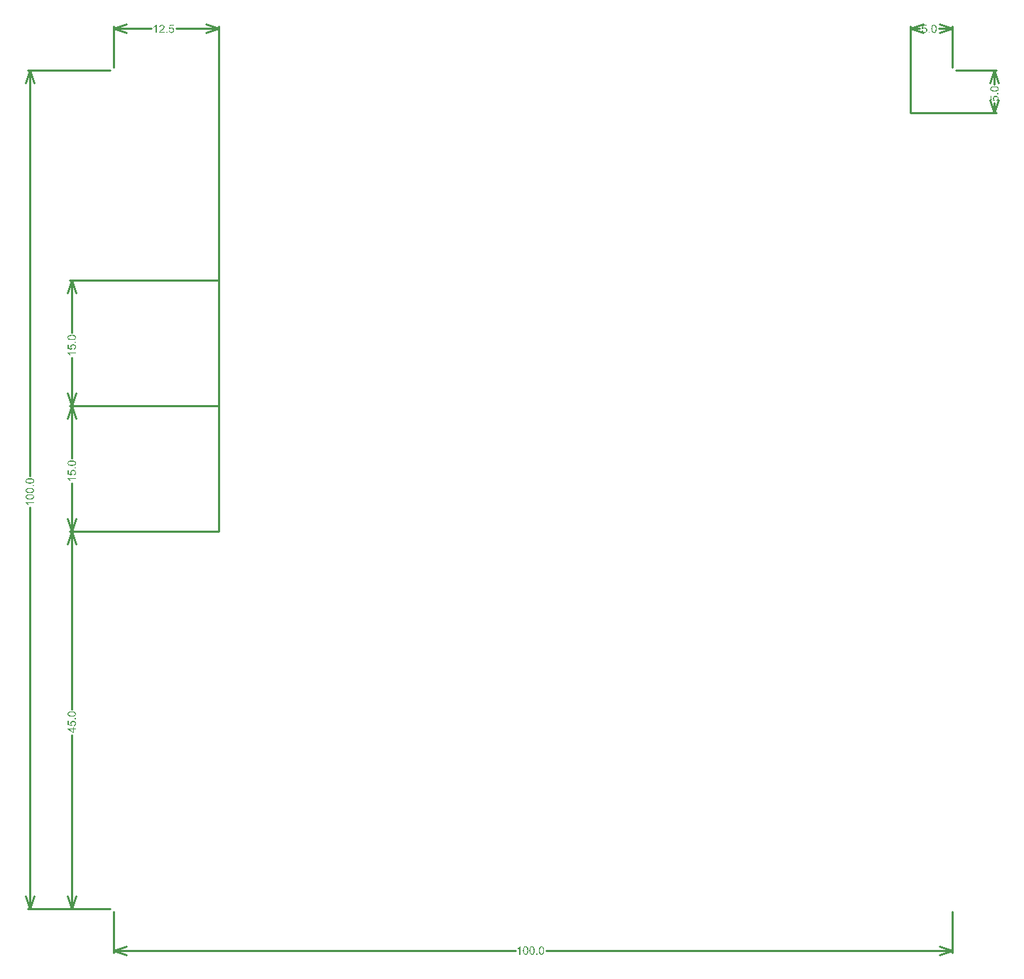
<source format=gbr>
%TF.GenerationSoftware,Altium Limited,Altium Designer,22.7.1 (60)*%
G04 Layer_Color=16776960*
%FSLAX43Y43*%
%MOMM*%
%TF.SameCoordinates,2B380584-264C-487A-9C59-0A3591007A03*%
%TF.FilePolarity,Positive*%
%TF.FileFunction,Other,Top_Dims*%
%TF.Part,Single*%
G01*
G75*
%TA.AperFunction,NonConductor*%
%ADD64C,0.254*%
G36*
X-4939Y68465D02*
X-4922D01*
X-4903Y68464D01*
X-4884Y68463D01*
X-4839Y68458D01*
X-4792Y68451D01*
X-4747Y68443D01*
X-4726Y68437D01*
X-4705Y68430D01*
X-4703D01*
X-4700Y68429D01*
X-4695Y68426D01*
X-4688Y68423D01*
X-4678Y68420D01*
X-4668Y68415D01*
X-4644Y68403D01*
X-4619Y68389D01*
X-4590Y68371D01*
X-4565Y68350D01*
X-4541Y68324D01*
Y68323D01*
X-4538Y68322D01*
X-4536Y68317D01*
X-4533Y68312D01*
X-4528Y68305D01*
X-4523Y68298D01*
X-4513Y68276D01*
X-4503Y68251D01*
X-4493Y68222D01*
X-4488Y68186D01*
X-4485Y68148D01*
Y68134D01*
X-4486Y68124D01*
X-4488Y68113D01*
X-4490Y68099D01*
X-4493Y68083D01*
X-4497Y68066D01*
X-4503Y68050D01*
X-4509Y68031D01*
X-4517Y68013D01*
X-4527Y67995D01*
X-4538Y67976D01*
X-4552Y67958D01*
X-4568Y67941D01*
X-4585Y67925D01*
X-4586Y67924D01*
X-4590Y67921D01*
X-4598Y67917D01*
X-4609Y67910D01*
X-4622Y67903D01*
X-4638Y67896D01*
X-4658Y67886D01*
X-4681Y67878D01*
X-4706Y67869D01*
X-4736Y67861D01*
X-4768Y67852D01*
X-4805Y67845D01*
X-4844Y67838D01*
X-4887Y67834D01*
X-4933Y67831D01*
X-4982Y67830D01*
X-4984D01*
X-4989D01*
X-4999D01*
X-5011D01*
X-5026Y67831D01*
X-5043D01*
X-5061Y67832D01*
X-5082Y67834D01*
X-5126Y67838D01*
X-5173Y67845D01*
X-5219Y67854D01*
X-5240Y67859D01*
X-5261Y67865D01*
X-5263D01*
X-5266Y67866D01*
X-5271Y67869D01*
X-5278Y67872D01*
X-5288Y67875D01*
X-5298Y67880D01*
X-5322Y67892D01*
X-5347Y67906D01*
X-5374Y67924D01*
X-5401Y67945D01*
X-5424Y67971D01*
Y67972D01*
X-5426Y67973D01*
X-5429Y67978D01*
X-5432Y67983D01*
X-5438Y67990D01*
X-5442Y67999D01*
X-5453Y68020D01*
X-5463Y68045D01*
X-5473Y68075D01*
X-5479Y68110D01*
X-5481Y68148D01*
Y68161D01*
X-5480Y68176D01*
X-5477Y68195D01*
X-5473Y68216D01*
X-5467Y68238D01*
X-5460Y68262D01*
X-5449Y68285D01*
Y68286D01*
X-5448Y68288D01*
X-5443Y68295D01*
X-5436Y68306D01*
X-5426Y68320D01*
X-5412Y68336D01*
X-5397Y68353D01*
X-5379Y68368D01*
X-5357Y68384D01*
X-5355Y68385D01*
X-5347Y68391D01*
X-5335Y68396D01*
X-5316Y68406D01*
X-5295Y68415D01*
X-5271Y68426D01*
X-5243Y68436D01*
X-5212Y68444D01*
X-5211D01*
X-5208Y68446D01*
X-5204Y68447D01*
X-5197Y68448D01*
X-5188Y68450D01*
X-5178Y68451D01*
X-5166Y68454D01*
X-5152Y68456D01*
X-5136Y68458D01*
X-5119Y68460D01*
X-5099Y68461D01*
X-5080Y68464D01*
X-5057Y68465D01*
X-5035D01*
X-5009Y68467D01*
X-4982D01*
X-4981D01*
X-4975D01*
X-4965D01*
X-4954D01*
X-4939Y68465D01*
D02*
G37*
G36*
X-4502Y67518D02*
X-4638D01*
Y67655D01*
X-4502D01*
Y67518D01*
D02*
G37*
G36*
X-4809Y67338D02*
X-4798Y67336D01*
X-4785Y67335D01*
X-4770Y67332D01*
X-4754Y67329D01*
X-4717Y67321D01*
X-4679Y67307D01*
X-4660Y67298D01*
X-4641Y67287D01*
X-4622Y67276D01*
X-4603Y67262D01*
X-4602Y67260D01*
X-4598Y67257D01*
X-4592Y67252D01*
X-4585Y67245D01*
X-4576Y67235D01*
X-4565Y67223D01*
X-4555Y67209D01*
X-4544Y67194D01*
X-4533Y67177D01*
X-4523Y67157D01*
X-4513Y67136D01*
X-4503Y67113D01*
X-4496Y67090D01*
X-4490Y67063D01*
X-4486Y67035D01*
X-4485Y67005D01*
Y66992D01*
X-4486Y66982D01*
X-4488Y66971D01*
X-4489Y66958D01*
X-4490Y66943D01*
X-4495Y66927D01*
X-4503Y66892D01*
X-4516Y66857D01*
X-4524Y66839D01*
X-4534Y66820D01*
X-4545Y66803D01*
X-4558Y66786D01*
X-4559Y66785D01*
X-4561Y66782D01*
X-4567Y66779D01*
X-4572Y66774D01*
X-4579Y66767D01*
X-4588Y66760D01*
X-4599Y66751D01*
X-4612Y66744D01*
X-4624Y66736D01*
X-4640Y66727D01*
X-4674Y66712D01*
X-4713Y66699D01*
X-4734Y66695D01*
X-4757Y66692D01*
X-4767Y66817D01*
X-4765D01*
X-4762D01*
X-4758Y66819D01*
X-4751Y66820D01*
X-4736Y66825D01*
X-4715Y66830D01*
X-4693Y66839D01*
X-4669Y66850D01*
X-4648Y66864D01*
X-4629Y66881D01*
X-4627Y66884D01*
X-4622Y66889D01*
X-4614Y66901D01*
X-4606Y66916D01*
X-4598Y66933D01*
X-4590Y66954D01*
X-4585Y66978D01*
X-4583Y67005D01*
Y67013D01*
X-4585Y67019D01*
X-4586Y67036D01*
X-4592Y67056D01*
X-4599Y67080D01*
X-4610Y67104D01*
X-4627Y67129D01*
X-4637Y67140D01*
X-4648Y67152D01*
X-4650Y67153D01*
X-4651Y67154D01*
X-4655Y67157D01*
X-4660Y67161D01*
X-4675Y67171D01*
X-4695Y67183D01*
X-4719Y67192D01*
X-4748Y67202D01*
X-4784Y67209D01*
X-4802Y67212D01*
X-4822D01*
X-4823D01*
X-4826D01*
X-4832D01*
X-4839Y67211D01*
X-4847D01*
X-4857Y67209D01*
X-4879Y67205D01*
X-4906Y67198D01*
X-4933Y67188D01*
X-4958Y67174D01*
X-4982Y67154D01*
X-4984D01*
X-4985Y67152D01*
X-4992Y67145D01*
X-5002Y67132D01*
X-5013Y67115D01*
X-5023Y67092D01*
X-5033Y67067D01*
X-5040Y67037D01*
X-5043Y67020D01*
Y66994D01*
X-5042Y66982D01*
X-5040Y66968D01*
X-5036Y66951D01*
X-5032Y66934D01*
X-5025Y66916D01*
X-5016Y66898D01*
X-5015Y66896D01*
X-5012Y66891D01*
X-5005Y66882D01*
X-4998Y66871D01*
X-4988Y66860D01*
X-4975Y66848D01*
X-4963Y66836D01*
X-4947Y66826D01*
X-4963Y66713D01*
X-5464Y66808D01*
Y67293D01*
X-5350D01*
Y66902D01*
X-5087Y66850D01*
X-5088Y66851D01*
X-5090Y66854D01*
X-5092Y66858D01*
X-5097Y66865D01*
X-5101Y66874D01*
X-5106Y66884D01*
X-5118Y66906D01*
X-5129Y66934D01*
X-5139Y66965D01*
X-5146Y66999D01*
X-5149Y67016D01*
Y67047D01*
X-5147Y67056D01*
X-5146Y67067D01*
X-5144Y67080D01*
X-5142Y67094D01*
X-5137Y67109D01*
X-5128Y67143D01*
X-5121Y67161D01*
X-5111Y67180D01*
X-5101Y67198D01*
X-5090Y67216D01*
X-5075Y67233D01*
X-5060Y67250D01*
X-5058Y67252D01*
X-5056Y67254D01*
X-5051Y67259D01*
X-5044Y67264D01*
X-5035Y67271D01*
X-5025Y67278D01*
X-5012Y67287D01*
X-4998Y67295D01*
X-4982Y67302D01*
X-4965Y67311D01*
X-4946Y67318D01*
X-4926Y67325D01*
X-4905Y67331D01*
X-4881Y67335D01*
X-4857Y67338D01*
X-4832Y67339D01*
X-4830D01*
X-4826D01*
X-4819D01*
X-4809Y67338D01*
D02*
G37*
G36*
X-4502Y66265D02*
X-5264D01*
X-5263Y66263D01*
X-5257Y66256D01*
X-5249Y66248D01*
X-5239Y66234D01*
X-5226Y66218D01*
X-5212Y66199D01*
X-5197Y66176D01*
X-5181Y66151D01*
Y66149D01*
X-5180Y66148D01*
X-5174Y66139D01*
X-5167Y66125D01*
X-5159Y66108D01*
X-5149Y66089D01*
X-5139Y66067D01*
X-5129Y66046D01*
X-5121Y66025D01*
X-5236D01*
Y66027D01*
X-5239Y66029D01*
X-5240Y66035D01*
X-5245Y66042D01*
X-5249Y66051D01*
X-5254Y66060D01*
X-5269Y66084D01*
X-5284Y66113D01*
X-5304Y66141D01*
X-5326Y66170D01*
X-5350Y66200D01*
X-5352Y66201D01*
X-5353Y66203D01*
X-5357Y66207D01*
X-5362Y66213D01*
X-5376Y66225D01*
X-5393Y66242D01*
X-5412Y66259D01*
X-5435Y66278D01*
X-5457Y66293D01*
X-5481Y66307D01*
Y66385D01*
X-4502D01*
Y66265D01*
D02*
G37*
G36*
X-4939Y53465D02*
X-4922D01*
X-4903Y53464D01*
X-4884Y53463D01*
X-4839Y53458D01*
X-4792Y53451D01*
X-4747Y53443D01*
X-4726Y53437D01*
X-4705Y53430D01*
X-4703D01*
X-4700Y53429D01*
X-4695Y53426D01*
X-4688Y53423D01*
X-4678Y53420D01*
X-4668Y53415D01*
X-4644Y53403D01*
X-4619Y53389D01*
X-4590Y53371D01*
X-4565Y53350D01*
X-4541Y53324D01*
Y53323D01*
X-4538Y53322D01*
X-4536Y53317D01*
X-4533Y53312D01*
X-4528Y53305D01*
X-4523Y53298D01*
X-4513Y53276D01*
X-4503Y53251D01*
X-4493Y53222D01*
X-4488Y53186D01*
X-4485Y53148D01*
Y53134D01*
X-4486Y53124D01*
X-4488Y53113D01*
X-4490Y53099D01*
X-4493Y53083D01*
X-4497Y53066D01*
X-4503Y53050D01*
X-4509Y53031D01*
X-4517Y53013D01*
X-4527Y52995D01*
X-4538Y52976D01*
X-4552Y52958D01*
X-4568Y52941D01*
X-4585Y52925D01*
X-4586Y52924D01*
X-4590Y52921D01*
X-4598Y52917D01*
X-4609Y52910D01*
X-4622Y52903D01*
X-4638Y52896D01*
X-4658Y52886D01*
X-4681Y52878D01*
X-4706Y52869D01*
X-4736Y52861D01*
X-4768Y52852D01*
X-4805Y52845D01*
X-4844Y52838D01*
X-4887Y52834D01*
X-4933Y52831D01*
X-4982Y52830D01*
X-4984D01*
X-4989D01*
X-4999D01*
X-5011D01*
X-5026Y52831D01*
X-5043D01*
X-5061Y52832D01*
X-5082Y52834D01*
X-5126Y52838D01*
X-5173Y52845D01*
X-5219Y52854D01*
X-5240Y52859D01*
X-5261Y52865D01*
X-5263D01*
X-5266Y52866D01*
X-5271Y52869D01*
X-5278Y52872D01*
X-5288Y52875D01*
X-5298Y52880D01*
X-5322Y52892D01*
X-5347Y52906D01*
X-5374Y52924D01*
X-5401Y52945D01*
X-5424Y52971D01*
Y52972D01*
X-5426Y52973D01*
X-5429Y52978D01*
X-5432Y52983D01*
X-5438Y52990D01*
X-5442Y52999D01*
X-5453Y53020D01*
X-5463Y53045D01*
X-5473Y53075D01*
X-5479Y53110D01*
X-5481Y53148D01*
Y53161D01*
X-5480Y53176D01*
X-5477Y53195D01*
X-5473Y53216D01*
X-5467Y53238D01*
X-5460Y53262D01*
X-5449Y53285D01*
Y53286D01*
X-5448Y53288D01*
X-5443Y53295D01*
X-5436Y53306D01*
X-5426Y53320D01*
X-5412Y53336D01*
X-5397Y53353D01*
X-5379Y53368D01*
X-5357Y53384D01*
X-5355Y53385D01*
X-5347Y53391D01*
X-5335Y53396D01*
X-5316Y53406D01*
X-5295Y53415D01*
X-5271Y53426D01*
X-5243Y53436D01*
X-5212Y53444D01*
X-5211D01*
X-5208Y53446D01*
X-5204Y53447D01*
X-5197Y53448D01*
X-5188Y53450D01*
X-5178Y53451D01*
X-5166Y53454D01*
X-5152Y53456D01*
X-5136Y53458D01*
X-5119Y53460D01*
X-5099Y53461D01*
X-5080Y53464D01*
X-5057Y53465D01*
X-5035D01*
X-5009Y53467D01*
X-4982D01*
X-4981D01*
X-4975D01*
X-4965D01*
X-4954D01*
X-4939Y53465D01*
D02*
G37*
G36*
X-4502Y52518D02*
X-4638D01*
Y52655D01*
X-4502D01*
Y52518D01*
D02*
G37*
G36*
X-4809Y52338D02*
X-4798Y52336D01*
X-4785Y52335D01*
X-4770Y52332D01*
X-4754Y52329D01*
X-4717Y52321D01*
X-4679Y52307D01*
X-4660Y52298D01*
X-4641Y52287D01*
X-4622Y52276D01*
X-4603Y52262D01*
X-4602Y52260D01*
X-4598Y52257D01*
X-4592Y52252D01*
X-4585Y52245D01*
X-4576Y52235D01*
X-4565Y52223D01*
X-4555Y52209D01*
X-4544Y52194D01*
X-4533Y52177D01*
X-4523Y52157D01*
X-4513Y52136D01*
X-4503Y52113D01*
X-4496Y52090D01*
X-4490Y52063D01*
X-4486Y52035D01*
X-4485Y52005D01*
Y51992D01*
X-4486Y51982D01*
X-4488Y51971D01*
X-4489Y51958D01*
X-4490Y51943D01*
X-4495Y51927D01*
X-4503Y51892D01*
X-4516Y51857D01*
X-4524Y51839D01*
X-4534Y51820D01*
X-4545Y51803D01*
X-4558Y51786D01*
X-4559Y51785D01*
X-4561Y51782D01*
X-4567Y51779D01*
X-4572Y51774D01*
X-4579Y51767D01*
X-4588Y51760D01*
X-4599Y51751D01*
X-4612Y51744D01*
X-4624Y51736D01*
X-4640Y51727D01*
X-4674Y51712D01*
X-4713Y51699D01*
X-4734Y51695D01*
X-4757Y51692D01*
X-4767Y51817D01*
X-4765D01*
X-4762D01*
X-4758Y51819D01*
X-4751Y51820D01*
X-4736Y51825D01*
X-4715Y51830D01*
X-4693Y51839D01*
X-4669Y51850D01*
X-4648Y51864D01*
X-4629Y51881D01*
X-4627Y51884D01*
X-4622Y51889D01*
X-4614Y51901D01*
X-4606Y51916D01*
X-4598Y51933D01*
X-4590Y51954D01*
X-4585Y51978D01*
X-4583Y52005D01*
Y52013D01*
X-4585Y52019D01*
X-4586Y52036D01*
X-4592Y52056D01*
X-4599Y52080D01*
X-4610Y52104D01*
X-4627Y52129D01*
X-4637Y52140D01*
X-4648Y52152D01*
X-4650Y52153D01*
X-4651Y52154D01*
X-4655Y52157D01*
X-4660Y52161D01*
X-4675Y52171D01*
X-4695Y52183D01*
X-4719Y52192D01*
X-4748Y52202D01*
X-4784Y52209D01*
X-4802Y52212D01*
X-4822D01*
X-4823D01*
X-4826D01*
X-4832D01*
X-4839Y52211D01*
X-4847D01*
X-4857Y52209D01*
X-4879Y52205D01*
X-4906Y52198D01*
X-4933Y52188D01*
X-4958Y52174D01*
X-4982Y52154D01*
X-4984D01*
X-4985Y52152D01*
X-4992Y52145D01*
X-5002Y52132D01*
X-5013Y52115D01*
X-5023Y52092D01*
X-5033Y52067D01*
X-5040Y52037D01*
X-5043Y52020D01*
Y51994D01*
X-5042Y51982D01*
X-5040Y51968D01*
X-5036Y51951D01*
X-5032Y51934D01*
X-5025Y51916D01*
X-5016Y51898D01*
X-5015Y51896D01*
X-5012Y51891D01*
X-5005Y51882D01*
X-4998Y51871D01*
X-4988Y51860D01*
X-4975Y51848D01*
X-4963Y51836D01*
X-4947Y51826D01*
X-4963Y51713D01*
X-5464Y51808D01*
Y52293D01*
X-5350D01*
Y51902D01*
X-5087Y51850D01*
X-5088Y51851D01*
X-5090Y51854D01*
X-5092Y51858D01*
X-5097Y51865D01*
X-5101Y51874D01*
X-5106Y51884D01*
X-5118Y51906D01*
X-5129Y51934D01*
X-5139Y51965D01*
X-5146Y51999D01*
X-5149Y52016D01*
Y52047D01*
X-5147Y52056D01*
X-5146Y52067D01*
X-5144Y52080D01*
X-5142Y52094D01*
X-5137Y52109D01*
X-5128Y52143D01*
X-5121Y52161D01*
X-5111Y52180D01*
X-5101Y52198D01*
X-5090Y52216D01*
X-5075Y52233D01*
X-5060Y52250D01*
X-5058Y52252D01*
X-5056Y52254D01*
X-5051Y52259D01*
X-5044Y52264D01*
X-5035Y52271D01*
X-5025Y52278D01*
X-5012Y52287D01*
X-4998Y52295D01*
X-4982Y52302D01*
X-4965Y52311D01*
X-4946Y52318D01*
X-4926Y52325D01*
X-4905Y52331D01*
X-4881Y52335D01*
X-4857Y52338D01*
X-4832Y52339D01*
X-4830D01*
X-4826D01*
X-4819D01*
X-4809Y52338D01*
D02*
G37*
G36*
X-4502Y51265D02*
X-5264D01*
X-5263Y51263D01*
X-5257Y51256D01*
X-5249Y51248D01*
X-5239Y51234D01*
X-5226Y51218D01*
X-5212Y51199D01*
X-5197Y51176D01*
X-5181Y51151D01*
Y51149D01*
X-5180Y51148D01*
X-5174Y51139D01*
X-5167Y51125D01*
X-5159Y51108D01*
X-5149Y51089D01*
X-5139Y51067D01*
X-5129Y51046D01*
X-5121Y51025D01*
X-5236D01*
Y51027D01*
X-5239Y51029D01*
X-5240Y51035D01*
X-5245Y51042D01*
X-5249Y51051D01*
X-5254Y51060D01*
X-5269Y51084D01*
X-5284Y51113D01*
X-5304Y51141D01*
X-5326Y51170D01*
X-5350Y51200D01*
X-5352Y51201D01*
X-5353Y51203D01*
X-5357Y51207D01*
X-5362Y51213D01*
X-5376Y51225D01*
X-5393Y51242D01*
X-5412Y51259D01*
X-5435Y51278D01*
X-5457Y51293D01*
X-5481Y51307D01*
Y51385D01*
X-4502D01*
Y51265D01*
D02*
G37*
G36*
X-4939Y23532D02*
X-4922D01*
X-4903Y23530D01*
X-4884Y23529D01*
X-4839Y23525D01*
X-4792Y23518D01*
X-4747Y23509D01*
X-4726Y23503D01*
X-4705Y23496D01*
X-4703D01*
X-4700Y23495D01*
X-4695Y23492D01*
X-4688Y23489D01*
X-4678Y23487D01*
X-4668Y23481D01*
X-4644Y23470D01*
X-4619Y23456D01*
X-4590Y23437D01*
X-4565Y23416D01*
X-4541Y23391D01*
Y23389D01*
X-4538Y23388D01*
X-4536Y23384D01*
X-4533Y23378D01*
X-4528Y23371D01*
X-4523Y23364D01*
X-4513Y23343D01*
X-4503Y23317D01*
X-4493Y23288D01*
X-4488Y23253D01*
X-4485Y23214D01*
Y23200D01*
X-4486Y23191D01*
X-4488Y23179D01*
X-4490Y23165D01*
X-4493Y23150D01*
X-4497Y23133D01*
X-4503Y23116D01*
X-4509Y23097D01*
X-4517Y23079D01*
X-4527Y23061D01*
X-4538Y23042D01*
X-4552Y23024D01*
X-4568Y23007D01*
X-4585Y22992D01*
X-4586Y22990D01*
X-4590Y22987D01*
X-4598Y22983D01*
X-4609Y22976D01*
X-4622Y22969D01*
X-4638Y22962D01*
X-4658Y22952D01*
X-4681Y22944D01*
X-4706Y22935D01*
X-4736Y22927D01*
X-4768Y22918D01*
X-4805Y22911D01*
X-4844Y22904D01*
X-4887Y22900D01*
X-4933Y22897D01*
X-4982Y22896D01*
X-4984D01*
X-4989D01*
X-4999D01*
X-5011D01*
X-5026Y22897D01*
X-5043D01*
X-5061Y22899D01*
X-5082Y22900D01*
X-5126Y22904D01*
X-5173Y22911D01*
X-5219Y22920D01*
X-5240Y22925D01*
X-5261Y22931D01*
X-5263D01*
X-5266Y22933D01*
X-5271Y22935D01*
X-5278Y22938D01*
X-5288Y22941D01*
X-5298Y22947D01*
X-5322Y22958D01*
X-5347Y22972D01*
X-5374Y22990D01*
X-5401Y23011D01*
X-5424Y23037D01*
Y23038D01*
X-5426Y23040D01*
X-5429Y23044D01*
X-5432Y23050D01*
X-5438Y23057D01*
X-5442Y23065D01*
X-5453Y23086D01*
X-5463Y23112D01*
X-5473Y23141D01*
X-5479Y23176D01*
X-5481Y23214D01*
Y23227D01*
X-5480Y23243D01*
X-5477Y23261D01*
X-5473Y23282D01*
X-5467Y23305D01*
X-5460Y23329D01*
X-5449Y23351D01*
Y23353D01*
X-5448Y23354D01*
X-5443Y23361D01*
X-5436Y23372D01*
X-5426Y23386D01*
X-5412Y23402D01*
X-5397Y23419D01*
X-5379Y23434D01*
X-5357Y23450D01*
X-5355Y23451D01*
X-5347Y23457D01*
X-5335Y23463D01*
X-5316Y23472D01*
X-5295Y23481D01*
X-5271Y23492D01*
X-5243Y23502D01*
X-5212Y23510D01*
X-5211D01*
X-5208Y23512D01*
X-5204Y23513D01*
X-5197Y23515D01*
X-5188Y23516D01*
X-5178Y23518D01*
X-5166Y23520D01*
X-5152Y23522D01*
X-5136Y23525D01*
X-5119Y23526D01*
X-5099Y23527D01*
X-5080Y23530D01*
X-5057Y23532D01*
X-5035D01*
X-5009Y23533D01*
X-4982D01*
X-4981D01*
X-4975D01*
X-4965D01*
X-4954D01*
X-4939Y23532D01*
D02*
G37*
G36*
X-4502Y22584D02*
X-4638D01*
Y22721D01*
X-4502D01*
Y22584D01*
D02*
G37*
G36*
X-4809Y22404D02*
X-4798Y22402D01*
X-4785Y22401D01*
X-4770Y22398D01*
X-4754Y22395D01*
X-4717Y22387D01*
X-4679Y22373D01*
X-4660Y22364D01*
X-4641Y22353D01*
X-4622Y22342D01*
X-4603Y22328D01*
X-4602Y22326D01*
X-4598Y22324D01*
X-4592Y22318D01*
X-4585Y22311D01*
X-4576Y22301D01*
X-4565Y22290D01*
X-4555Y22276D01*
X-4544Y22260D01*
X-4533Y22243D01*
X-4523Y22223D01*
X-4513Y22202D01*
X-4503Y22180D01*
X-4496Y22156D01*
X-4490Y22129D01*
X-4486Y22101D01*
X-4485Y22071D01*
Y22059D01*
X-4486Y22049D01*
X-4488Y22037D01*
X-4489Y22025D01*
X-4490Y22009D01*
X-4495Y21994D01*
X-4503Y21958D01*
X-4516Y21923D01*
X-4524Y21905D01*
X-4534Y21887D01*
X-4545Y21870D01*
X-4558Y21853D01*
X-4559Y21851D01*
X-4561Y21848D01*
X-4567Y21846D01*
X-4572Y21840D01*
X-4579Y21833D01*
X-4588Y21826D01*
X-4599Y21817D01*
X-4612Y21810D01*
X-4624Y21802D01*
X-4640Y21793D01*
X-4674Y21778D01*
X-4713Y21765D01*
X-4734Y21761D01*
X-4757Y21758D01*
X-4767Y21884D01*
X-4765D01*
X-4762D01*
X-4758Y21885D01*
X-4751Y21887D01*
X-4736Y21891D01*
X-4715Y21896D01*
X-4693Y21905D01*
X-4669Y21916D01*
X-4648Y21930D01*
X-4629Y21947D01*
X-4627Y21950D01*
X-4622Y21956D01*
X-4614Y21967D01*
X-4606Y21982D01*
X-4598Y21999D01*
X-4590Y22020D01*
X-4585Y22044D01*
X-4583Y22071D01*
Y22080D01*
X-4585Y22085D01*
X-4586Y22102D01*
X-4592Y22122D01*
X-4599Y22146D01*
X-4610Y22170D01*
X-4627Y22195D01*
X-4637Y22207D01*
X-4648Y22218D01*
X-4650Y22219D01*
X-4651Y22221D01*
X-4655Y22223D01*
X-4660Y22228D01*
X-4675Y22238D01*
X-4695Y22249D01*
X-4719Y22259D01*
X-4748Y22269D01*
X-4784Y22276D01*
X-4802Y22278D01*
X-4822D01*
X-4823D01*
X-4826D01*
X-4832D01*
X-4839Y22277D01*
X-4847D01*
X-4857Y22276D01*
X-4879Y22271D01*
X-4906Y22264D01*
X-4933Y22254D01*
X-4958Y22240D01*
X-4982Y22221D01*
X-4984D01*
X-4985Y22218D01*
X-4992Y22211D01*
X-5002Y22198D01*
X-5013Y22181D01*
X-5023Y22159D01*
X-5033Y22133D01*
X-5040Y22104D01*
X-5043Y22087D01*
Y22060D01*
X-5042Y22049D01*
X-5040Y22035D01*
X-5036Y22018D01*
X-5032Y22001D01*
X-5025Y21982D01*
X-5016Y21964D01*
X-5015Y21963D01*
X-5012Y21957D01*
X-5005Y21949D01*
X-4998Y21937D01*
X-4988Y21926D01*
X-4975Y21915D01*
X-4963Y21902D01*
X-4947Y21892D01*
X-4963Y21779D01*
X-5464Y21874D01*
Y22359D01*
X-5350D01*
Y21968D01*
X-5087Y21916D01*
X-5088Y21918D01*
X-5090Y21920D01*
X-5092Y21925D01*
X-5097Y21932D01*
X-5101Y21940D01*
X-5106Y21950D01*
X-5118Y21973D01*
X-5129Y22001D01*
X-5139Y22032D01*
X-5146Y22066D01*
X-5149Y22082D01*
Y22113D01*
X-5147Y22122D01*
X-5146Y22133D01*
X-5144Y22146D01*
X-5142Y22160D01*
X-5137Y22176D01*
X-5128Y22209D01*
X-5121Y22228D01*
X-5111Y22246D01*
X-5101Y22264D01*
X-5090Y22283D01*
X-5075Y22300D01*
X-5060Y22316D01*
X-5058Y22318D01*
X-5056Y22321D01*
X-5051Y22325D01*
X-5044Y22331D01*
X-5035Y22338D01*
X-5025Y22345D01*
X-5012Y22353D01*
X-4998Y22362D01*
X-4982Y22369D01*
X-4965Y22377D01*
X-4946Y22384D01*
X-4926Y22391D01*
X-4905Y22397D01*
X-4881Y22401D01*
X-4857Y22404D01*
X-4832Y22405D01*
X-4830D01*
X-4826D01*
X-4819D01*
X-4809Y22404D01*
D02*
G37*
G36*
X-4736Y21503D02*
X-4502D01*
Y21383D01*
X-4736D01*
Y20959D01*
X-4846D01*
X-5477Y21406D01*
Y21503D01*
X-4846D01*
Y21636D01*
X-4736D01*
Y21503D01*
D02*
G37*
G36*
X-9939Y51345D02*
X-9922D01*
X-9903Y51343D01*
X-9884Y51342D01*
X-9839Y51338D01*
X-9792Y51331D01*
X-9747Y51322D01*
X-9726Y51316D01*
X-9705Y51309D01*
X-9703D01*
X-9700Y51308D01*
X-9695Y51305D01*
X-9688Y51302D01*
X-9678Y51299D01*
X-9668Y51294D01*
X-9644Y51283D01*
X-9619Y51268D01*
X-9590Y51250D01*
X-9565Y51229D01*
X-9541Y51204D01*
Y51202D01*
X-9538Y51201D01*
X-9536Y51197D01*
X-9533Y51191D01*
X-9528Y51184D01*
X-9523Y51177D01*
X-9513Y51156D01*
X-9503Y51130D01*
X-9493Y51101D01*
X-9488Y51065D01*
X-9485Y51027D01*
Y51013D01*
X-9486Y51003D01*
X-9488Y50992D01*
X-9490Y50978D01*
X-9493Y50963D01*
X-9497Y50946D01*
X-9503Y50929D01*
X-9509Y50910D01*
X-9517Y50892D01*
X-9527Y50874D01*
X-9538Y50855D01*
X-9552Y50837D01*
X-9568Y50820D01*
X-9585Y50805D01*
X-9586Y50803D01*
X-9590Y50800D01*
X-9598Y50796D01*
X-9609Y50789D01*
X-9622Y50782D01*
X-9638Y50775D01*
X-9658Y50765D01*
X-9681Y50757D01*
X-9706Y50748D01*
X-9736Y50740D01*
X-9768Y50731D01*
X-9805Y50724D01*
X-9844Y50717D01*
X-9887Y50713D01*
X-9933Y50710D01*
X-9982Y50709D01*
X-9984D01*
X-9989D01*
X-9999D01*
X-10011D01*
X-10026Y50710D01*
X-10043D01*
X-10061Y50712D01*
X-10082Y50713D01*
X-10126Y50717D01*
X-10173Y50724D01*
X-10219Y50733D01*
X-10240Y50738D01*
X-10262Y50744D01*
X-10263D01*
X-10266Y50745D01*
X-10271Y50748D01*
X-10278Y50751D01*
X-10288Y50754D01*
X-10298Y50760D01*
X-10322Y50771D01*
X-10347Y50785D01*
X-10374Y50803D01*
X-10401Y50824D01*
X-10424Y50850D01*
Y50851D01*
X-10426Y50853D01*
X-10429Y50857D01*
X-10432Y50862D01*
X-10438Y50870D01*
X-10442Y50878D01*
X-10453Y50899D01*
X-10463Y50925D01*
X-10473Y50954D01*
X-10479Y50989D01*
X-10481Y51027D01*
Y51040D01*
X-10480Y51056D01*
X-10477Y51074D01*
X-10473Y51095D01*
X-10467Y51118D01*
X-10460Y51142D01*
X-10449Y51164D01*
Y51166D01*
X-10448Y51167D01*
X-10443Y51174D01*
X-10436Y51185D01*
X-10426Y51199D01*
X-10412Y51215D01*
X-10397Y51232D01*
X-10379Y51247D01*
X-10357Y51263D01*
X-10355Y51264D01*
X-10347Y51270D01*
X-10335Y51276D01*
X-10316Y51285D01*
X-10295Y51294D01*
X-10271Y51305D01*
X-10243Y51315D01*
X-10212Y51323D01*
X-10211D01*
X-10208Y51325D01*
X-10204Y51326D01*
X-10197Y51328D01*
X-10188Y51329D01*
X-10178Y51331D01*
X-10166Y51333D01*
X-10152Y51335D01*
X-10136Y51338D01*
X-10119Y51339D01*
X-10099Y51340D01*
X-10080Y51343D01*
X-10057Y51345D01*
X-10035D01*
X-10009Y51346D01*
X-9982D01*
X-9981D01*
X-9975D01*
X-9965D01*
X-9954D01*
X-9939Y51345D01*
D02*
G37*
G36*
X-9502Y50397D02*
X-9638D01*
Y50534D01*
X-9502D01*
Y50397D01*
D02*
G37*
G36*
X-9939Y50207D02*
X-9922D01*
X-9903Y50206D01*
X-9884Y50204D01*
X-9839Y50200D01*
X-9792Y50193D01*
X-9747Y50184D01*
X-9726Y50179D01*
X-9705Y50172D01*
X-9703D01*
X-9700Y50170D01*
X-9695Y50167D01*
X-9688Y50165D01*
X-9678Y50162D01*
X-9668Y50156D01*
X-9644Y50145D01*
X-9619Y50131D01*
X-9590Y50113D01*
X-9565Y50091D01*
X-9541Y50066D01*
Y50065D01*
X-9538Y50063D01*
X-9536Y50059D01*
X-9533Y50053D01*
X-9528Y50046D01*
X-9523Y50039D01*
X-9513Y50018D01*
X-9503Y49993D01*
X-9493Y49963D01*
X-9488Y49928D01*
X-9485Y49890D01*
Y49876D01*
X-9486Y49866D01*
X-9488Y49855D01*
X-9490Y49840D01*
X-9493Y49825D01*
X-9497Y49808D01*
X-9503Y49791D01*
X-9509Y49773D01*
X-9517Y49754D01*
X-9527Y49736D01*
X-9538Y49718D01*
X-9552Y49699D01*
X-9568Y49683D01*
X-9585Y49667D01*
X-9586Y49666D01*
X-9590Y49663D01*
X-9598Y49659D01*
X-9609Y49652D01*
X-9622Y49645D01*
X-9638Y49637D01*
X-9658Y49628D01*
X-9681Y49619D01*
X-9706Y49611D01*
X-9736Y49602D01*
X-9768Y49594D01*
X-9805Y49587D01*
X-9844Y49580D01*
X-9887Y49575D01*
X-9933Y49573D01*
X-9982Y49571D01*
X-9984D01*
X-9989D01*
X-9999D01*
X-10011D01*
X-10026Y49573D01*
X-10043D01*
X-10061Y49574D01*
X-10082Y49575D01*
X-10126Y49580D01*
X-10173Y49587D01*
X-10219Y49595D01*
X-10240Y49601D01*
X-10262Y49606D01*
X-10263D01*
X-10266Y49608D01*
X-10271Y49611D01*
X-10278Y49613D01*
X-10288Y49616D01*
X-10298Y49622D01*
X-10322Y49633D01*
X-10347Y49647D01*
X-10374Y49666D01*
X-10401Y49687D01*
X-10424Y49712D01*
Y49714D01*
X-10426Y49715D01*
X-10429Y49719D01*
X-10432Y49725D01*
X-10438Y49732D01*
X-10442Y49740D01*
X-10453Y49762D01*
X-10463Y49787D01*
X-10473Y49816D01*
X-10479Y49852D01*
X-10481Y49890D01*
Y49902D01*
X-10480Y49918D01*
X-10477Y49936D01*
X-10473Y49957D01*
X-10467Y49980D01*
X-10460Y50004D01*
X-10449Y50027D01*
Y50028D01*
X-10448Y50029D01*
X-10443Y50036D01*
X-10436Y50048D01*
X-10426Y50062D01*
X-10412Y50077D01*
X-10397Y50094D01*
X-10379Y50110D01*
X-10357Y50125D01*
X-10355Y50127D01*
X-10347Y50132D01*
X-10335Y50138D01*
X-10316Y50148D01*
X-10295Y50156D01*
X-10271Y50167D01*
X-10243Y50177D01*
X-10212Y50186D01*
X-10211D01*
X-10208Y50187D01*
X-10204Y50189D01*
X-10197Y50190D01*
X-10188Y50191D01*
X-10178Y50193D01*
X-10166Y50196D01*
X-10152Y50197D01*
X-10136Y50200D01*
X-10119Y50201D01*
X-10099Y50203D01*
X-10080Y50206D01*
X-10057Y50207D01*
X-10035D01*
X-10009Y50208D01*
X-9982D01*
X-9981D01*
X-9975D01*
X-9965D01*
X-9954D01*
X-9939Y50207D01*
D02*
G37*
G36*
Y49449D02*
X-9922D01*
X-9903Y49447D01*
X-9884Y49446D01*
X-9839Y49442D01*
X-9792Y49434D01*
X-9747Y49426D01*
X-9726Y49420D01*
X-9705Y49413D01*
X-9703D01*
X-9700Y49412D01*
X-9695Y49409D01*
X-9688Y49406D01*
X-9678Y49403D01*
X-9668Y49398D01*
X-9644Y49387D01*
X-9619Y49372D01*
X-9590Y49354D01*
X-9565Y49333D01*
X-9541Y49308D01*
Y49306D01*
X-9538Y49305D01*
X-9536Y49301D01*
X-9533Y49295D01*
X-9528Y49288D01*
X-9523Y49281D01*
X-9513Y49260D01*
X-9503Y49234D01*
X-9493Y49205D01*
X-9488Y49169D01*
X-9485Y49131D01*
Y49117D01*
X-9486Y49107D01*
X-9488Y49096D01*
X-9490Y49082D01*
X-9493Y49067D01*
X-9497Y49050D01*
X-9503Y49033D01*
X-9509Y49014D01*
X-9517Y48996D01*
X-9527Y48978D01*
X-9538Y48959D01*
X-9552Y48941D01*
X-9568Y48924D01*
X-9585Y48909D01*
X-9586Y48907D01*
X-9590Y48904D01*
X-9598Y48900D01*
X-9609Y48893D01*
X-9622Y48886D01*
X-9638Y48879D01*
X-9658Y48869D01*
X-9681Y48861D01*
X-9706Y48852D01*
X-9736Y48844D01*
X-9768Y48835D01*
X-9805Y48828D01*
X-9844Y48821D01*
X-9887Y48817D01*
X-9933Y48814D01*
X-9982Y48813D01*
X-9984D01*
X-9989D01*
X-9999D01*
X-10011D01*
X-10026Y48814D01*
X-10043D01*
X-10061Y48816D01*
X-10082Y48817D01*
X-10126Y48821D01*
X-10173Y48828D01*
X-10219Y48837D01*
X-10240Y48842D01*
X-10262Y48848D01*
X-10263D01*
X-10266Y48849D01*
X-10271Y48852D01*
X-10278Y48855D01*
X-10288Y48858D01*
X-10298Y48864D01*
X-10322Y48875D01*
X-10347Y48889D01*
X-10374Y48907D01*
X-10401Y48928D01*
X-10424Y48954D01*
Y48955D01*
X-10426Y48957D01*
X-10429Y48961D01*
X-10432Y48966D01*
X-10438Y48973D01*
X-10442Y48982D01*
X-10453Y49003D01*
X-10463Y49028D01*
X-10473Y49058D01*
X-10479Y49093D01*
X-10481Y49131D01*
Y49144D01*
X-10480Y49160D01*
X-10477Y49178D01*
X-10473Y49199D01*
X-10467Y49222D01*
X-10460Y49246D01*
X-10449Y49268D01*
Y49270D01*
X-10448Y49271D01*
X-10443Y49278D01*
X-10436Y49289D01*
X-10426Y49303D01*
X-10412Y49319D01*
X-10397Y49336D01*
X-10379Y49351D01*
X-10357Y49367D01*
X-10355Y49368D01*
X-10347Y49374D01*
X-10335Y49379D01*
X-10316Y49389D01*
X-10295Y49398D01*
X-10271Y49409D01*
X-10243Y49419D01*
X-10212Y49427D01*
X-10211D01*
X-10208Y49429D01*
X-10204Y49430D01*
X-10197Y49432D01*
X-10188Y49433D01*
X-10178Y49434D01*
X-10166Y49437D01*
X-10152Y49439D01*
X-10136Y49442D01*
X-10119Y49443D01*
X-10099Y49444D01*
X-10080Y49447D01*
X-10057Y49449D01*
X-10035D01*
X-10009Y49450D01*
X-9982D01*
X-9981D01*
X-9975D01*
X-9965D01*
X-9954D01*
X-9939Y49449D01*
D02*
G37*
G36*
X-9502Y48386D02*
X-10264D01*
X-10263Y48384D01*
X-10257Y48377D01*
X-10249Y48369D01*
X-10239Y48355D01*
X-10226Y48339D01*
X-10212Y48319D01*
X-10197Y48297D01*
X-10181Y48271D01*
Y48270D01*
X-10180Y48269D01*
X-10174Y48260D01*
X-10167Y48246D01*
X-10159Y48229D01*
X-10149Y48209D01*
X-10139Y48188D01*
X-10129Y48167D01*
X-10121Y48146D01*
X-10236D01*
Y48147D01*
X-10239Y48150D01*
X-10240Y48156D01*
X-10245Y48163D01*
X-10249Y48171D01*
X-10254Y48181D01*
X-10269Y48205D01*
X-10284Y48233D01*
X-10304Y48262D01*
X-10326Y48291D01*
X-10350Y48321D01*
X-10352Y48322D01*
X-10353Y48324D01*
X-10357Y48328D01*
X-10362Y48333D01*
X-10376Y48346D01*
X-10393Y48363D01*
X-10412Y48380D01*
X-10435Y48398D01*
X-10457Y48414D01*
X-10481Y48428D01*
Y48505D01*
X-9502D01*
Y48386D01*
D02*
G37*
G36*
X105061Y98132D02*
X105078D01*
X105097Y98131D01*
X105116Y98129D01*
X105161Y98125D01*
X105208Y98118D01*
X105253Y98109D01*
X105274Y98104D01*
X105295Y98097D01*
X105297D01*
X105300Y98095D01*
X105305Y98093D01*
X105312Y98090D01*
X105322Y98087D01*
X105332Y98081D01*
X105356Y98070D01*
X105381Y98056D01*
X105410Y98038D01*
X105435Y98016D01*
X105459Y97991D01*
Y97990D01*
X105462Y97988D01*
X105465Y97984D01*
X105467Y97978D01*
X105472Y97971D01*
X105477Y97964D01*
X105487Y97943D01*
X105497Y97918D01*
X105507Y97888D01*
X105512Y97853D01*
X105515Y97815D01*
Y97801D01*
X105514Y97791D01*
X105512Y97780D01*
X105510Y97765D01*
X105507Y97750D01*
X105503Y97733D01*
X105497Y97716D01*
X105491Y97698D01*
X105483Y97679D01*
X105473Y97661D01*
X105462Y97643D01*
X105448Y97624D01*
X105432Y97608D01*
X105415Y97592D01*
X105414Y97591D01*
X105410Y97588D01*
X105402Y97584D01*
X105391Y97577D01*
X105379Y97570D01*
X105362Y97562D01*
X105342Y97553D01*
X105319Y97544D01*
X105294Y97536D01*
X105264Y97527D01*
X105232Y97519D01*
X105195Y97512D01*
X105156Y97505D01*
X105113Y97500D01*
X105067Y97498D01*
X105018Y97496D01*
X105016D01*
X105011D01*
X105001D01*
X104989D01*
X104974Y97498D01*
X104957D01*
X104939Y97499D01*
X104918Y97500D01*
X104874Y97505D01*
X104827Y97512D01*
X104781Y97520D01*
X104760Y97526D01*
X104739Y97531D01*
X104737D01*
X104734Y97533D01*
X104729Y97536D01*
X104722Y97539D01*
X104712Y97541D01*
X104702Y97547D01*
X104678Y97558D01*
X104653Y97572D01*
X104626Y97591D01*
X104599Y97612D01*
X104576Y97637D01*
Y97639D01*
X104574Y97640D01*
X104571Y97644D01*
X104568Y97650D01*
X104562Y97657D01*
X104558Y97665D01*
X104547Y97687D01*
X104537Y97712D01*
X104527Y97742D01*
X104521Y97777D01*
X104519Y97815D01*
Y97827D01*
X104520Y97843D01*
X104523Y97861D01*
X104527Y97882D01*
X104533Y97905D01*
X104540Y97929D01*
X104551Y97952D01*
Y97953D01*
X104552Y97954D01*
X104557Y97961D01*
X104564Y97973D01*
X104574Y97987D01*
X104588Y98002D01*
X104603Y98019D01*
X104621Y98035D01*
X104643Y98050D01*
X104645Y98052D01*
X104653Y98057D01*
X104665Y98063D01*
X104684Y98073D01*
X104705Y98081D01*
X104729Y98093D01*
X104757Y98102D01*
X104788Y98111D01*
X104789D01*
X104792Y98112D01*
X104796Y98114D01*
X104803Y98115D01*
X104812Y98116D01*
X104822Y98118D01*
X104834Y98121D01*
X104848Y98122D01*
X104864Y98125D01*
X104881Y98126D01*
X104901Y98128D01*
X104920Y98131D01*
X104943Y98132D01*
X104965D01*
X104991Y98133D01*
X105018D01*
X105019D01*
X105025D01*
X105035D01*
X105046D01*
X105061Y98132D01*
D02*
G37*
G36*
X105498Y97185D02*
X105362D01*
Y97321D01*
X105498D01*
Y97185D01*
D02*
G37*
G36*
X105191Y97004D02*
X105202Y97003D01*
X105215Y97001D01*
X105230Y96999D01*
X105246Y96996D01*
X105283Y96987D01*
X105321Y96973D01*
X105340Y96965D01*
X105359Y96953D01*
X105379Y96942D01*
X105397Y96928D01*
X105398Y96927D01*
X105402Y96924D01*
X105408Y96918D01*
X105415Y96911D01*
X105424Y96901D01*
X105435Y96890D01*
X105445Y96876D01*
X105456Y96860D01*
X105467Y96844D01*
X105477Y96824D01*
X105487Y96803D01*
X105497Y96780D01*
X105504Y96756D01*
X105510Y96729D01*
X105514Y96701D01*
X105515Y96672D01*
Y96659D01*
X105514Y96649D01*
X105512Y96638D01*
X105511Y96625D01*
X105510Y96610D01*
X105505Y96594D01*
X105497Y96559D01*
X105484Y96524D01*
X105476Y96505D01*
X105466Y96487D01*
X105455Y96470D01*
X105442Y96453D01*
X105441Y96452D01*
X105439Y96449D01*
X105433Y96446D01*
X105428Y96440D01*
X105421Y96433D01*
X105412Y96426D01*
X105401Y96418D01*
X105388Y96411D01*
X105376Y96402D01*
X105360Y96394D01*
X105326Y96378D01*
X105287Y96366D01*
X105266Y96361D01*
X105243Y96359D01*
X105233Y96484D01*
X105235D01*
X105238D01*
X105242Y96485D01*
X105249Y96487D01*
X105264Y96491D01*
X105285Y96497D01*
X105307Y96505D01*
X105331Y96516D01*
X105352Y96531D01*
X105371Y96547D01*
X105373Y96550D01*
X105379Y96556D01*
X105386Y96567D01*
X105394Y96583D01*
X105402Y96600D01*
X105410Y96621D01*
X105415Y96645D01*
X105417Y96672D01*
Y96680D01*
X105415Y96686D01*
X105414Y96703D01*
X105408Y96722D01*
X105401Y96746D01*
X105390Y96770D01*
X105373Y96796D01*
X105363Y96807D01*
X105352Y96818D01*
X105350Y96820D01*
X105349Y96821D01*
X105345Y96824D01*
X105340Y96828D01*
X105325Y96838D01*
X105305Y96849D01*
X105281Y96859D01*
X105252Y96869D01*
X105216Y96876D01*
X105198Y96879D01*
X105178D01*
X105177D01*
X105174D01*
X105168D01*
X105161Y96877D01*
X105153D01*
X105143Y96876D01*
X105121Y96872D01*
X105094Y96865D01*
X105067Y96855D01*
X105042Y96841D01*
X105018Y96821D01*
X105016D01*
X105015Y96818D01*
X105008Y96811D01*
X104998Y96798D01*
X104987Y96782D01*
X104977Y96759D01*
X104967Y96734D01*
X104960Y96704D01*
X104957Y96687D01*
Y96660D01*
X104958Y96649D01*
X104960Y96635D01*
X104964Y96618D01*
X104968Y96601D01*
X104975Y96583D01*
X104984Y96564D01*
X104985Y96563D01*
X104988Y96557D01*
X104995Y96549D01*
X105002Y96538D01*
X105012Y96526D01*
X105025Y96515D01*
X105037Y96502D01*
X105053Y96493D01*
X105037Y96380D01*
X104535Y96474D01*
Y96959D01*
X104650D01*
Y96569D01*
X104913Y96516D01*
X104912Y96518D01*
X104910Y96521D01*
X104908Y96525D01*
X104903Y96532D01*
X104899Y96540D01*
X104894Y96550D01*
X104882Y96573D01*
X104871Y96601D01*
X104861Y96632D01*
X104854Y96666D01*
X104851Y96683D01*
Y96714D01*
X104853Y96722D01*
X104854Y96734D01*
X104856Y96746D01*
X104858Y96760D01*
X104863Y96776D01*
X104872Y96810D01*
X104879Y96828D01*
X104889Y96846D01*
X104899Y96865D01*
X104910Y96883D01*
X104925Y96900D01*
X104940Y96917D01*
X104941Y96918D01*
X104944Y96921D01*
X104949Y96925D01*
X104956Y96931D01*
X104965Y96938D01*
X104975Y96945D01*
X104988Y96953D01*
X105002Y96962D01*
X105018Y96969D01*
X105035Y96977D01*
X105054Y96984D01*
X105074Y96992D01*
X105095Y96997D01*
X105119Y97001D01*
X105143Y97004D01*
X105168Y97006D01*
X105170D01*
X105174D01*
X105181D01*
X105191Y97004D01*
D02*
G37*
G36*
X96959Y105350D02*
X96569D01*
X96516Y105087D01*
X96518Y105088D01*
X96521Y105090D01*
X96525Y105092D01*
X96532Y105097D01*
X96540Y105101D01*
X96550Y105106D01*
X96573Y105118D01*
X96601Y105129D01*
X96632Y105139D01*
X96666Y105146D01*
X96683Y105149D01*
X96714D01*
X96722Y105147D01*
X96734Y105146D01*
X96746Y105145D01*
X96760Y105142D01*
X96776Y105137D01*
X96810Y105128D01*
X96828Y105121D01*
X96846Y105111D01*
X96865Y105101D01*
X96883Y105090D01*
X96900Y105075D01*
X96917Y105060D01*
X96918Y105059D01*
X96921Y105056D01*
X96925Y105051D01*
X96931Y105044D01*
X96938Y105035D01*
X96945Y105025D01*
X96953Y105012D01*
X96962Y104998D01*
X96969Y104982D01*
X96977Y104965D01*
X96984Y104946D01*
X96992Y104926D01*
X96997Y104905D01*
X97001Y104881D01*
X97004Y104857D01*
X97006Y104832D01*
Y104830D01*
Y104826D01*
Y104819D01*
X97004Y104809D01*
X97003Y104798D01*
X97001Y104785D01*
X96999Y104770D01*
X96996Y104754D01*
X96987Y104717D01*
X96973Y104679D01*
X96965Y104660D01*
X96953Y104641D01*
X96942Y104621D01*
X96928Y104603D01*
X96927Y104602D01*
X96924Y104598D01*
X96918Y104592D01*
X96911Y104585D01*
X96901Y104576D01*
X96890Y104565D01*
X96876Y104555D01*
X96860Y104544D01*
X96844Y104533D01*
X96824Y104523D01*
X96803Y104513D01*
X96780Y104503D01*
X96756Y104496D01*
X96729Y104490D01*
X96701Y104486D01*
X96672Y104485D01*
X96659D01*
X96649Y104486D01*
X96638Y104488D01*
X96625Y104489D01*
X96610Y104490D01*
X96594Y104495D01*
X96559Y104503D01*
X96524Y104516D01*
X96505Y104524D01*
X96487Y104534D01*
X96470Y104545D01*
X96453Y104558D01*
X96452Y104559D01*
X96449Y104561D01*
X96446Y104567D01*
X96440Y104572D01*
X96433Y104579D01*
X96426Y104588D01*
X96418Y104599D01*
X96411Y104612D01*
X96402Y104624D01*
X96394Y104640D01*
X96378Y104674D01*
X96366Y104713D01*
X96361Y104734D01*
X96359Y104757D01*
X96484Y104767D01*
Y104765D01*
Y104762D01*
X96485Y104758D01*
X96487Y104751D01*
X96491Y104736D01*
X96497Y104715D01*
X96505Y104693D01*
X96516Y104669D01*
X96531Y104648D01*
X96547Y104629D01*
X96550Y104627D01*
X96556Y104621D01*
X96567Y104614D01*
X96583Y104606D01*
X96600Y104598D01*
X96621Y104590D01*
X96645Y104585D01*
X96672Y104583D01*
X96680D01*
X96686Y104585D01*
X96703Y104586D01*
X96722Y104592D01*
X96746Y104599D01*
X96770Y104610D01*
X96796Y104627D01*
X96807Y104637D01*
X96818Y104648D01*
X96820Y104650D01*
X96821Y104651D01*
X96824Y104655D01*
X96828Y104660D01*
X96838Y104675D01*
X96849Y104695D01*
X96859Y104719D01*
X96869Y104748D01*
X96876Y104784D01*
X96879Y104802D01*
Y104822D01*
Y104823D01*
Y104826D01*
Y104832D01*
X96877Y104839D01*
Y104847D01*
X96876Y104857D01*
X96872Y104879D01*
X96865Y104906D01*
X96855Y104933D01*
X96841Y104958D01*
X96821Y104982D01*
Y104984D01*
X96818Y104985D01*
X96811Y104992D01*
X96798Y105002D01*
X96782Y105013D01*
X96759Y105023D01*
X96734Y105033D01*
X96704Y105040D01*
X96687Y105043D01*
X96660D01*
X96649Y105042D01*
X96635Y105040D01*
X96618Y105036D01*
X96601Y105032D01*
X96583Y105025D01*
X96564Y105016D01*
X96563Y105015D01*
X96557Y105012D01*
X96549Y105005D01*
X96538Y104998D01*
X96526Y104988D01*
X96515Y104975D01*
X96502Y104963D01*
X96493Y104947D01*
X96380Y104963D01*
X96474Y105465D01*
X96959D01*
Y105350D01*
D02*
G37*
G36*
X97321Y104502D02*
X97185D01*
Y104638D01*
X97321D01*
Y104502D01*
D02*
G37*
G36*
X97843Y105480D02*
X97861Y105477D01*
X97882Y105473D01*
X97905Y105467D01*
X97929Y105460D01*
X97952Y105449D01*
X97953D01*
X97954Y105448D01*
X97961Y105443D01*
X97973Y105436D01*
X97987Y105426D01*
X98002Y105412D01*
X98019Y105397D01*
X98035Y105379D01*
X98050Y105357D01*
X98052Y105355D01*
X98057Y105347D01*
X98063Y105335D01*
X98073Y105316D01*
X98081Y105295D01*
X98093Y105271D01*
X98102Y105243D01*
X98111Y105212D01*
Y105211D01*
X98112Y105208D01*
X98114Y105204D01*
X98115Y105197D01*
X98116Y105188D01*
X98118Y105178D01*
X98121Y105166D01*
X98122Y105152D01*
X98125Y105136D01*
X98126Y105119D01*
X98128Y105099D01*
X98131Y105080D01*
X98132Y105057D01*
Y105035D01*
X98133Y105009D01*
Y104982D01*
Y104981D01*
Y104975D01*
Y104965D01*
Y104954D01*
X98132Y104939D01*
Y104922D01*
X98131Y104903D01*
X98129Y104884D01*
X98125Y104839D01*
X98118Y104792D01*
X98109Y104747D01*
X98104Y104726D01*
X98097Y104705D01*
Y104703D01*
X98095Y104700D01*
X98093Y104695D01*
X98090Y104688D01*
X98087Y104678D01*
X98081Y104668D01*
X98070Y104644D01*
X98056Y104619D01*
X98038Y104590D01*
X98016Y104565D01*
X97991Y104541D01*
X97990D01*
X97988Y104538D01*
X97984Y104536D01*
X97978Y104533D01*
X97971Y104528D01*
X97964Y104523D01*
X97943Y104513D01*
X97918Y104503D01*
X97888Y104493D01*
X97853Y104488D01*
X97815Y104485D01*
X97801D01*
X97791Y104486D01*
X97780Y104488D01*
X97765Y104490D01*
X97750Y104493D01*
X97733Y104497D01*
X97716Y104503D01*
X97698Y104509D01*
X97679Y104517D01*
X97661Y104527D01*
X97643Y104538D01*
X97624Y104552D01*
X97608Y104568D01*
X97592Y104585D01*
X97591Y104586D01*
X97588Y104590D01*
X97584Y104598D01*
X97577Y104609D01*
X97570Y104621D01*
X97562Y104638D01*
X97553Y104658D01*
X97544Y104681D01*
X97536Y104706D01*
X97527Y104736D01*
X97519Y104768D01*
X97512Y104805D01*
X97505Y104844D01*
X97500Y104887D01*
X97498Y104933D01*
X97496Y104982D01*
Y104984D01*
Y104989D01*
Y104999D01*
Y105011D01*
X97498Y105026D01*
Y105043D01*
X97499Y105061D01*
X97500Y105082D01*
X97505Y105126D01*
X97512Y105173D01*
X97520Y105219D01*
X97526Y105240D01*
X97531Y105261D01*
Y105263D01*
X97533Y105266D01*
X97536Y105271D01*
X97539Y105278D01*
X97541Y105288D01*
X97547Y105298D01*
X97558Y105322D01*
X97572Y105347D01*
X97591Y105374D01*
X97612Y105401D01*
X97637Y105424D01*
X97639D01*
X97640Y105426D01*
X97644Y105429D01*
X97650Y105432D01*
X97657Y105438D01*
X97665Y105442D01*
X97687Y105453D01*
X97712Y105463D01*
X97742Y105473D01*
X97777Y105479D01*
X97815Y105481D01*
X97827D01*
X97843Y105480D01*
D02*
G37*
G36*
X7175Y105350D02*
X6785D01*
X6733Y105087D01*
X6734Y105088D01*
X6737Y105090D01*
X6741Y105092D01*
X6748Y105097D01*
X6757Y105101D01*
X6766Y105106D01*
X6789Y105118D01*
X6817Y105129D01*
X6848Y105139D01*
X6882Y105146D01*
X6899Y105149D01*
X6930D01*
X6938Y105147D01*
X6950Y105146D01*
X6962Y105145D01*
X6976Y105142D01*
X6992Y105137D01*
X7026Y105128D01*
X7044Y105121D01*
X7062Y105111D01*
X7081Y105101D01*
X7099Y105090D01*
X7116Y105075D01*
X7133Y105060D01*
X7134Y105059D01*
X7137Y105056D01*
X7141Y105051D01*
X7147Y105044D01*
X7154Y105035D01*
X7161Y105025D01*
X7170Y105012D01*
X7178Y104998D01*
X7185Y104982D01*
X7194Y104965D01*
X7201Y104946D01*
X7208Y104926D01*
X7213Y104905D01*
X7218Y104881D01*
X7220Y104857D01*
X7222Y104832D01*
Y104830D01*
Y104826D01*
Y104819D01*
X7220Y104809D01*
X7219Y104798D01*
X7218Y104785D01*
X7215Y104770D01*
X7212Y104754D01*
X7203Y104717D01*
X7189Y104679D01*
X7181Y104660D01*
X7170Y104641D01*
X7158Y104621D01*
X7144Y104603D01*
X7143Y104602D01*
X7140Y104598D01*
X7134Y104592D01*
X7127Y104585D01*
X7117Y104576D01*
X7106Y104565D01*
X7092Y104555D01*
X7077Y104544D01*
X7060Y104533D01*
X7040Y104523D01*
X7019Y104513D01*
X6996Y104503D01*
X6972Y104496D01*
X6945Y104490D01*
X6917Y104486D01*
X6888Y104485D01*
X6875D01*
X6865Y104486D01*
X6854Y104488D01*
X6841Y104489D01*
X6826Y104490D01*
X6810Y104495D01*
X6775Y104503D01*
X6740Y104516D01*
X6721Y104524D01*
X6703Y104534D01*
X6686Y104545D01*
X6669Y104558D01*
X6668Y104559D01*
X6665Y104561D01*
X6662Y104567D01*
X6656Y104572D01*
X6649Y104579D01*
X6642Y104588D01*
X6634Y104599D01*
X6627Y104612D01*
X6618Y104624D01*
X6610Y104640D01*
X6594Y104674D01*
X6582Y104713D01*
X6577Y104734D01*
X6575Y104757D01*
X6700Y104767D01*
Y104765D01*
Y104762D01*
X6702Y104758D01*
X6703Y104751D01*
X6707Y104736D01*
X6713Y104715D01*
X6721Y104693D01*
X6733Y104669D01*
X6747Y104648D01*
X6764Y104629D01*
X6766Y104627D01*
X6772Y104621D01*
X6783Y104614D01*
X6799Y104606D01*
X6816Y104598D01*
X6837Y104590D01*
X6861Y104585D01*
X6888Y104583D01*
X6896D01*
X6902Y104585D01*
X6919Y104586D01*
X6938Y104592D01*
X6962Y104599D01*
X6986Y104610D01*
X7012Y104627D01*
X7023Y104637D01*
X7034Y104648D01*
X7036Y104650D01*
X7037Y104651D01*
X7040Y104655D01*
X7044Y104660D01*
X7054Y104675D01*
X7065Y104695D01*
X7075Y104719D01*
X7085Y104748D01*
X7092Y104784D01*
X7095Y104802D01*
Y104822D01*
Y104823D01*
Y104826D01*
Y104832D01*
X7093Y104839D01*
Y104847D01*
X7092Y104857D01*
X7088Y104879D01*
X7081Y104906D01*
X7071Y104933D01*
X7057Y104958D01*
X7037Y104982D01*
Y104984D01*
X7034Y104985D01*
X7027Y104992D01*
X7015Y105002D01*
X6998Y105013D01*
X6975Y105023D01*
X6950Y105033D01*
X6920Y105040D01*
X6903Y105043D01*
X6876D01*
X6865Y105042D01*
X6851Y105040D01*
X6834Y105036D01*
X6817Y105032D01*
X6799Y105025D01*
X6780Y105016D01*
X6779Y105015D01*
X6773Y105012D01*
X6765Y105005D01*
X6754Y104998D01*
X6742Y104988D01*
X6731Y104975D01*
X6718Y104963D01*
X6709Y104947D01*
X6596Y104963D01*
X6690Y105465D01*
X7175D01*
Y105350D01*
D02*
G37*
G36*
X6400Y104502D02*
X6263D01*
Y104638D01*
X6400D01*
Y104502D01*
D02*
G37*
G36*
X5784Y105480D02*
X5795Y105479D01*
X5809Y105477D01*
X5825Y105474D01*
X5840Y105472D01*
X5877Y105462D01*
X5914Y105448D01*
X5932Y105439D01*
X5950Y105429D01*
X5967Y105417D01*
X5983Y105402D01*
X5984Y105401D01*
X5987Y105400D01*
X5990Y105394D01*
X5995Y105388D01*
X6002Y105381D01*
X6009Y105371D01*
X6016Y105362D01*
X6025Y105349D01*
X6039Y105322D01*
X6053Y105288D01*
X6059Y105271D01*
X6062Y105252D01*
X6064Y105232D01*
X6066Y105211D01*
Y105208D01*
Y105201D01*
X6064Y105190D01*
X6063Y105174D01*
X6060Y105157D01*
X6055Y105137D01*
X6049Y105116D01*
X6040Y105095D01*
X6039Y105092D01*
X6036Y105085D01*
X6031Y105074D01*
X6022Y105059D01*
X6011Y105042D01*
X5997Y105020D01*
X5980Y104999D01*
X5960Y104975D01*
X5957Y104973D01*
X5950Y104964D01*
X5943Y104957D01*
X5936Y104950D01*
X5928Y104941D01*
X5916Y104930D01*
X5905Y104919D01*
X5891Y104906D01*
X5877Y104892D01*
X5860Y104877D01*
X5842Y104861D01*
X5822Y104843D01*
X5799Y104824D01*
X5777Y104805D01*
X5775Y104803D01*
X5773Y104801D01*
X5767Y104796D01*
X5760Y104791D01*
X5751Y104782D01*
X5742Y104774D01*
X5719Y104755D01*
X5695Y104734D01*
X5672Y104713D01*
X5653Y104695D01*
X5644Y104688D01*
X5637Y104681D01*
X5636Y104679D01*
X5632Y104675D01*
X5626Y104669D01*
X5619Y104661D01*
X5612Y104651D01*
X5603Y104641D01*
X5586Y104617D01*
X6067D01*
Y104502D01*
X5420D01*
Y104503D01*
Y104509D01*
Y104517D01*
X5422Y104528D01*
X5423Y104541D01*
X5426Y104555D01*
X5429Y104569D01*
X5434Y104585D01*
Y104586D01*
X5436Y104588D01*
X5438Y104596D01*
X5444Y104609D01*
X5453Y104626D01*
X5464Y104645D01*
X5478Y104668D01*
X5493Y104691D01*
X5513Y104715D01*
Y104716D01*
X5516Y104717D01*
X5523Y104726D01*
X5536Y104739D01*
X5554Y104757D01*
X5575Y104778D01*
X5602Y104803D01*
X5634Y104832D01*
X5670Y104861D01*
X5671Y104863D01*
X5677Y104867D01*
X5685Y104874D01*
X5695Y104882D01*
X5708Y104894D01*
X5723Y104906D01*
X5739Y104920D01*
X5757Y104936D01*
X5792Y104970D01*
X5828Y105004D01*
X5844Y105020D01*
X5860Y105037D01*
X5874Y105053D01*
X5885Y105068D01*
Y105070D01*
X5888Y105071D01*
X5891Y105075D01*
X5894Y105081D01*
X5904Y105097D01*
X5915Y105115D01*
X5925Y105137D01*
X5935Y105161D01*
X5940Y105188D01*
X5943Y105214D01*
Y105215D01*
Y105216D01*
X5942Y105225D01*
X5940Y105239D01*
X5936Y105254D01*
X5930Y105274D01*
X5921Y105294D01*
X5908Y105314D01*
X5891Y105333D01*
X5888Y105336D01*
X5881Y105342D01*
X5871Y105349D01*
X5856Y105359D01*
X5836Y105367D01*
X5813Y105376D01*
X5787Y105381D01*
X5757Y105383D01*
X5749D01*
X5743Y105381D01*
X5726Y105380D01*
X5706Y105376D01*
X5685Y105370D01*
X5661Y105360D01*
X5639Y105347D01*
X5617Y105331D01*
X5615Y105328D01*
X5609Y105321D01*
X5601Y105309D01*
X5592Y105293D01*
X5582Y105273D01*
X5574Y105247D01*
X5568Y105219D01*
X5565Y105187D01*
X5443Y105199D01*
Y105201D01*
X5444Y105205D01*
Y105212D01*
X5446Y105222D01*
X5448Y105233D01*
X5451Y105246D01*
X5455Y105261D01*
X5460Y105277D01*
X5471Y105311D01*
X5488Y105345D01*
X5498Y105362D01*
X5510Y105379D01*
X5523Y105394D01*
X5537Y105408D01*
X5539Y105410D01*
X5541Y105411D01*
X5546Y105415D01*
X5553Y105419D01*
X5561Y105425D01*
X5571Y105431D01*
X5582Y105438D01*
X5596Y105445D01*
X5612Y105452D01*
X5629Y105459D01*
X5647Y105465D01*
X5667Y105470D01*
X5688Y105474D01*
X5711Y105479D01*
X5734Y105480D01*
X5760Y105481D01*
X5774D01*
X5784Y105480D01*
D02*
G37*
G36*
X5130Y104502D02*
X5010D01*
Y105264D01*
X5009Y105263D01*
X5001Y105257D01*
X4993Y105249D01*
X4979Y105239D01*
X4963Y105226D01*
X4944Y105212D01*
X4921Y105197D01*
X4896Y105181D01*
X4894D01*
X4893Y105180D01*
X4884Y105174D01*
X4870Y105167D01*
X4853Y105159D01*
X4834Y105149D01*
X4813Y105139D01*
X4791Y105129D01*
X4770Y105121D01*
Y105236D01*
X4772D01*
X4774Y105239D01*
X4780Y105240D01*
X4787Y105245D01*
X4796Y105249D01*
X4806Y105254D01*
X4829Y105269D01*
X4858Y105284D01*
X4886Y105304D01*
X4915Y105326D01*
X4945Y105350D01*
X4946Y105352D01*
X4948Y105353D01*
X4952Y105357D01*
X4958Y105362D01*
X4970Y105376D01*
X4987Y105393D01*
X5004Y105412D01*
X5023Y105435D01*
X5038Y105457D01*
X5052Y105481D01*
X5130D01*
Y104502D01*
D02*
G37*
G36*
X50534Y-5498D02*
X50397D01*
Y-5362D01*
X50534D01*
Y-5498D01*
D02*
G37*
G36*
X48505D02*
X48386D01*
Y-4736D01*
X48384Y-4737D01*
X48377Y-4743D01*
X48369Y-4751D01*
X48355Y-4761D01*
X48339Y-4774D01*
X48319Y-4788D01*
X48297Y-4803D01*
X48271Y-4819D01*
X48270D01*
X48269Y-4820D01*
X48260Y-4826D01*
X48246Y-4833D01*
X48229Y-4841D01*
X48209Y-4851D01*
X48188Y-4861D01*
X48167Y-4871D01*
X48146Y-4879D01*
Y-4764D01*
X48147D01*
X48150Y-4761D01*
X48156Y-4760D01*
X48163Y-4755D01*
X48171Y-4751D01*
X48181Y-4746D01*
X48205Y-4731D01*
X48233Y-4716D01*
X48262Y-4696D01*
X48291Y-4674D01*
X48321Y-4650D01*
X48322Y-4648D01*
X48324Y-4647D01*
X48328Y-4643D01*
X48333Y-4638D01*
X48346Y-4624D01*
X48363Y-4607D01*
X48380Y-4588D01*
X48398Y-4565D01*
X48414Y-4543D01*
X48428Y-4519D01*
X48505D01*
Y-5498D01*
D02*
G37*
G36*
X51056Y-4520D02*
X51074Y-4523D01*
X51095Y-4527D01*
X51118Y-4533D01*
X51142Y-4540D01*
X51164Y-4551D01*
X51166D01*
X51167Y-4552D01*
X51174Y-4557D01*
X51185Y-4564D01*
X51199Y-4574D01*
X51215Y-4588D01*
X51232Y-4603D01*
X51247Y-4621D01*
X51263Y-4643D01*
X51264Y-4645D01*
X51270Y-4653D01*
X51276Y-4665D01*
X51285Y-4684D01*
X51294Y-4705D01*
X51305Y-4729D01*
X51315Y-4757D01*
X51323Y-4788D01*
Y-4789D01*
X51325Y-4792D01*
X51326Y-4796D01*
X51328Y-4803D01*
X51329Y-4812D01*
X51331Y-4822D01*
X51333Y-4834D01*
X51335Y-4848D01*
X51338Y-4864D01*
X51339Y-4881D01*
X51340Y-4901D01*
X51343Y-4920D01*
X51345Y-4943D01*
Y-4965D01*
X51346Y-4991D01*
Y-5018D01*
Y-5019D01*
Y-5025D01*
Y-5035D01*
Y-5046D01*
X51345Y-5061D01*
Y-5078D01*
X51343Y-5097D01*
X51342Y-5116D01*
X51338Y-5161D01*
X51331Y-5208D01*
X51322Y-5253D01*
X51316Y-5274D01*
X51309Y-5295D01*
Y-5297D01*
X51308Y-5300D01*
X51305Y-5305D01*
X51302Y-5312D01*
X51299Y-5322D01*
X51294Y-5332D01*
X51283Y-5356D01*
X51268Y-5381D01*
X51250Y-5410D01*
X51229Y-5435D01*
X51204Y-5459D01*
X51202D01*
X51201Y-5462D01*
X51197Y-5464D01*
X51191Y-5467D01*
X51184Y-5472D01*
X51177Y-5477D01*
X51156Y-5487D01*
X51130Y-5497D01*
X51101Y-5507D01*
X51065Y-5512D01*
X51027Y-5515D01*
X51013D01*
X51003Y-5514D01*
X50992Y-5512D01*
X50978Y-5510D01*
X50963Y-5507D01*
X50946Y-5503D01*
X50929Y-5497D01*
X50910Y-5491D01*
X50892Y-5483D01*
X50874Y-5473D01*
X50855Y-5462D01*
X50837Y-5448D01*
X50820Y-5432D01*
X50805Y-5415D01*
X50803Y-5414D01*
X50800Y-5410D01*
X50796Y-5402D01*
X50789Y-5391D01*
X50782Y-5378D01*
X50775Y-5362D01*
X50765Y-5342D01*
X50757Y-5319D01*
X50748Y-5294D01*
X50740Y-5264D01*
X50731Y-5232D01*
X50724Y-5195D01*
X50717Y-5156D01*
X50713Y-5113D01*
X50710Y-5067D01*
X50709Y-5018D01*
Y-5016D01*
Y-5011D01*
Y-5001D01*
Y-4989D01*
X50710Y-4974D01*
Y-4957D01*
X50712Y-4939D01*
X50713Y-4918D01*
X50717Y-4874D01*
X50724Y-4827D01*
X50733Y-4781D01*
X50738Y-4760D01*
X50744Y-4739D01*
Y-4737D01*
X50745Y-4734D01*
X50748Y-4729D01*
X50751Y-4722D01*
X50754Y-4712D01*
X50760Y-4702D01*
X50771Y-4678D01*
X50785Y-4653D01*
X50803Y-4626D01*
X50824Y-4599D01*
X50850Y-4576D01*
X50851D01*
X50853Y-4574D01*
X50857Y-4571D01*
X50862Y-4568D01*
X50870Y-4562D01*
X50878Y-4558D01*
X50899Y-4547D01*
X50925Y-4537D01*
X50954Y-4527D01*
X50989Y-4521D01*
X51027Y-4519D01*
X51040D01*
X51056Y-4520D01*
D02*
G37*
G36*
X49918D02*
X49936Y-4523D01*
X49957Y-4527D01*
X49980Y-4533D01*
X50004Y-4540D01*
X50027Y-4551D01*
X50028D01*
X50029Y-4552D01*
X50036Y-4557D01*
X50048Y-4564D01*
X50062Y-4574D01*
X50077Y-4588D01*
X50094Y-4603D01*
X50110Y-4621D01*
X50125Y-4643D01*
X50127Y-4645D01*
X50132Y-4653D01*
X50138Y-4665D01*
X50148Y-4684D01*
X50156Y-4705D01*
X50167Y-4729D01*
X50177Y-4757D01*
X50186Y-4788D01*
Y-4789D01*
X50187Y-4792D01*
X50189Y-4796D01*
X50190Y-4803D01*
X50191Y-4812D01*
X50193Y-4822D01*
X50196Y-4834D01*
X50197Y-4848D01*
X50200Y-4864D01*
X50201Y-4881D01*
X50203Y-4901D01*
X50206Y-4920D01*
X50207Y-4943D01*
Y-4965D01*
X50208Y-4991D01*
Y-5018D01*
Y-5019D01*
Y-5025D01*
Y-5035D01*
Y-5046D01*
X50207Y-5061D01*
Y-5078D01*
X50206Y-5097D01*
X50204Y-5116D01*
X50200Y-5161D01*
X50193Y-5208D01*
X50184Y-5253D01*
X50179Y-5274D01*
X50172Y-5295D01*
Y-5297D01*
X50170Y-5300D01*
X50167Y-5305D01*
X50165Y-5312D01*
X50162Y-5322D01*
X50156Y-5332D01*
X50145Y-5356D01*
X50131Y-5381D01*
X50113Y-5410D01*
X50091Y-5435D01*
X50066Y-5459D01*
X50065D01*
X50063Y-5462D01*
X50059Y-5464D01*
X50053Y-5467D01*
X50046Y-5472D01*
X50039Y-5477D01*
X50018Y-5487D01*
X49993Y-5497D01*
X49963Y-5507D01*
X49928Y-5512D01*
X49890Y-5515D01*
X49876D01*
X49866Y-5514D01*
X49855Y-5512D01*
X49840Y-5510D01*
X49825Y-5507D01*
X49808Y-5503D01*
X49791Y-5497D01*
X49773Y-5491D01*
X49754Y-5483D01*
X49736Y-5473D01*
X49718Y-5462D01*
X49699Y-5448D01*
X49683Y-5432D01*
X49667Y-5415D01*
X49666Y-5414D01*
X49663Y-5410D01*
X49659Y-5402D01*
X49652Y-5391D01*
X49645Y-5378D01*
X49637Y-5362D01*
X49628Y-5342D01*
X49619Y-5319D01*
X49611Y-5294D01*
X49602Y-5264D01*
X49594Y-5232D01*
X49587Y-5195D01*
X49580Y-5156D01*
X49575Y-5113D01*
X49573Y-5067D01*
X49571Y-5018D01*
Y-5016D01*
Y-5011D01*
Y-5001D01*
Y-4989D01*
X49573Y-4974D01*
Y-4957D01*
X49574Y-4939D01*
X49575Y-4918D01*
X49580Y-4874D01*
X49587Y-4827D01*
X49595Y-4781D01*
X49601Y-4760D01*
X49606Y-4739D01*
Y-4737D01*
X49608Y-4734D01*
X49611Y-4729D01*
X49613Y-4722D01*
X49616Y-4712D01*
X49622Y-4702D01*
X49633Y-4678D01*
X49647Y-4653D01*
X49666Y-4626D01*
X49687Y-4599D01*
X49712Y-4576D01*
X49714D01*
X49715Y-4574D01*
X49719Y-4571D01*
X49725Y-4568D01*
X49732Y-4562D01*
X49740Y-4558D01*
X49762Y-4547D01*
X49787Y-4537D01*
X49816Y-4527D01*
X49852Y-4521D01*
X49890Y-4519D01*
X49902D01*
X49918Y-4520D01*
D02*
G37*
G36*
X49160D02*
X49178Y-4523D01*
X49199Y-4527D01*
X49222Y-4533D01*
X49246Y-4540D01*
X49268Y-4551D01*
X49270D01*
X49271Y-4552D01*
X49278Y-4557D01*
X49289Y-4564D01*
X49303Y-4574D01*
X49319Y-4588D01*
X49336Y-4603D01*
X49351Y-4621D01*
X49367Y-4643D01*
X49368Y-4645D01*
X49374Y-4653D01*
X49379Y-4665D01*
X49389Y-4684D01*
X49398Y-4705D01*
X49409Y-4729D01*
X49419Y-4757D01*
X49427Y-4788D01*
Y-4789D01*
X49429Y-4792D01*
X49430Y-4796D01*
X49432Y-4803D01*
X49433Y-4812D01*
X49434Y-4822D01*
X49437Y-4834D01*
X49439Y-4848D01*
X49442Y-4864D01*
X49443Y-4881D01*
X49444Y-4901D01*
X49447Y-4920D01*
X49449Y-4943D01*
Y-4965D01*
X49450Y-4991D01*
Y-5018D01*
Y-5019D01*
Y-5025D01*
Y-5035D01*
Y-5046D01*
X49449Y-5061D01*
Y-5078D01*
X49447Y-5097D01*
X49446Y-5116D01*
X49442Y-5161D01*
X49434Y-5208D01*
X49426Y-5253D01*
X49420Y-5274D01*
X49413Y-5295D01*
Y-5297D01*
X49412Y-5300D01*
X49409Y-5305D01*
X49406Y-5312D01*
X49403Y-5322D01*
X49398Y-5332D01*
X49387Y-5356D01*
X49372Y-5381D01*
X49354Y-5410D01*
X49333Y-5435D01*
X49308Y-5459D01*
X49306D01*
X49305Y-5462D01*
X49301Y-5464D01*
X49295Y-5467D01*
X49288Y-5472D01*
X49281Y-5477D01*
X49260Y-5487D01*
X49234Y-5497D01*
X49205Y-5507D01*
X49169Y-5512D01*
X49131Y-5515D01*
X49117D01*
X49107Y-5514D01*
X49096Y-5512D01*
X49082Y-5510D01*
X49067Y-5507D01*
X49050Y-5503D01*
X49033Y-5497D01*
X49014Y-5491D01*
X48996Y-5483D01*
X48978Y-5473D01*
X48959Y-5462D01*
X48941Y-5448D01*
X48924Y-5432D01*
X48909Y-5415D01*
X48907Y-5414D01*
X48904Y-5410D01*
X48900Y-5402D01*
X48893Y-5391D01*
X48886Y-5378D01*
X48879Y-5362D01*
X48869Y-5342D01*
X48861Y-5319D01*
X48852Y-5294D01*
X48844Y-5264D01*
X48835Y-5232D01*
X48828Y-5195D01*
X48821Y-5156D01*
X48817Y-5113D01*
X48814Y-5067D01*
X48813Y-5018D01*
Y-5016D01*
Y-5011D01*
Y-5001D01*
Y-4989D01*
X48814Y-4974D01*
Y-4957D01*
X48816Y-4939D01*
X48817Y-4918D01*
X48821Y-4874D01*
X48828Y-4827D01*
X48837Y-4781D01*
X48842Y-4760D01*
X48848Y-4739D01*
Y-4737D01*
X48849Y-4734D01*
X48852Y-4729D01*
X48855Y-4722D01*
X48858Y-4712D01*
X48864Y-4702D01*
X48875Y-4678D01*
X48889Y-4653D01*
X48907Y-4626D01*
X48928Y-4599D01*
X48954Y-4576D01*
X48955D01*
X48957Y-4574D01*
X48961Y-4571D01*
X48966Y-4568D01*
X48973Y-4562D01*
X48982Y-4558D01*
X49003Y-4547D01*
X49028Y-4537D01*
X49058Y-4527D01*
X49093Y-4521D01*
X49131Y-4519D01*
X49144D01*
X49160Y-4520D01*
D02*
G37*
%LPC*%
G36*
X-4939Y68344D02*
X-4982D01*
X-4984D01*
X-4985D01*
X-4992D01*
X-5005D01*
X-5022Y68343D01*
X-5040D01*
X-5063Y68341D01*
X-5087Y68340D01*
X-5113Y68337D01*
X-5167Y68330D01*
X-5194Y68326D01*
X-5219Y68320D01*
X-5243Y68315D01*
X-5266Y68306D01*
X-5285Y68298D01*
X-5302Y68288D01*
X-5304D01*
X-5305Y68285D01*
X-5309Y68282D01*
X-5315Y68278D01*
X-5328Y68265D01*
X-5343Y68250D01*
X-5357Y68229D01*
X-5370Y68205D01*
X-5376Y68192D01*
X-5380Y68178D01*
X-5381Y68162D01*
X-5383Y68147D01*
Y68138D01*
X-5381Y68133D01*
X-5379Y68117D01*
X-5374Y68099D01*
X-5366Y68078D01*
X-5353Y68055D01*
X-5345Y68044D01*
X-5336Y68033D01*
X-5325Y68023D01*
X-5312Y68013D01*
X-5311D01*
X-5308Y68010D01*
X-5302Y68007D01*
X-5295Y68003D01*
X-5284Y67999D01*
X-5271Y67993D01*
X-5256Y67989D01*
X-5238Y67983D01*
X-5216Y67978D01*
X-5192Y67972D01*
X-5166Y67966D01*
X-5136Y67962D01*
X-5102Y67958D01*
X-5066Y67955D01*
X-5026Y67954D01*
X-4982Y67952D01*
X-4980D01*
X-4973D01*
X-4960D01*
X-4943Y67954D01*
X-4925D01*
X-4902Y67955D01*
X-4878Y67956D01*
X-4853Y67959D01*
X-4798Y67966D01*
X-4771Y67971D01*
X-4746Y67976D01*
X-4722Y67982D01*
X-4699Y67990D01*
X-4679Y67999D01*
X-4662Y68009D01*
X-4661D01*
X-4660Y68011D01*
X-4650Y68019D01*
X-4637Y68031D01*
X-4623Y68047D01*
X-4609Y68068D01*
X-4596Y68092D01*
X-4586Y68119D01*
X-4585Y68133D01*
X-4583Y68148D01*
Y68157D01*
X-4585Y68162D01*
X-4588Y68176D01*
X-4593Y68196D01*
X-4603Y68217D01*
X-4617Y68241D01*
X-4626Y68253D01*
X-4637Y68264D01*
X-4648Y68275D01*
X-4662Y68286D01*
X-4664D01*
X-4667Y68289D01*
X-4671Y68292D01*
X-4678Y68295D01*
X-4688Y68300D01*
X-4700Y68305D01*
X-4715Y68310D01*
X-4731Y68316D01*
X-4753Y68320D01*
X-4775Y68326D01*
X-4802Y68331D01*
X-4830Y68336D01*
X-4864Y68339D01*
X-4899Y68341D01*
X-4939Y68344D01*
D02*
G37*
G36*
Y53344D02*
X-4982D01*
X-4984D01*
X-4985D01*
X-4992D01*
X-5005D01*
X-5022Y53343D01*
X-5040D01*
X-5063Y53341D01*
X-5087Y53340D01*
X-5113Y53337D01*
X-5167Y53330D01*
X-5194Y53326D01*
X-5219Y53320D01*
X-5243Y53315D01*
X-5266Y53306D01*
X-5285Y53298D01*
X-5302Y53288D01*
X-5304D01*
X-5305Y53285D01*
X-5309Y53282D01*
X-5315Y53278D01*
X-5328Y53265D01*
X-5343Y53250D01*
X-5357Y53229D01*
X-5370Y53205D01*
X-5376Y53192D01*
X-5380Y53178D01*
X-5381Y53162D01*
X-5383Y53147D01*
Y53138D01*
X-5381Y53133D01*
X-5379Y53117D01*
X-5374Y53099D01*
X-5366Y53078D01*
X-5353Y53055D01*
X-5345Y53044D01*
X-5336Y53033D01*
X-5325Y53023D01*
X-5312Y53013D01*
X-5311D01*
X-5308Y53010D01*
X-5302Y53007D01*
X-5295Y53003D01*
X-5284Y52999D01*
X-5271Y52993D01*
X-5256Y52989D01*
X-5238Y52983D01*
X-5216Y52978D01*
X-5192Y52972D01*
X-5166Y52966D01*
X-5136Y52962D01*
X-5102Y52958D01*
X-5066Y52955D01*
X-5026Y52954D01*
X-4982Y52952D01*
X-4980D01*
X-4973D01*
X-4960D01*
X-4943Y52954D01*
X-4925D01*
X-4902Y52955D01*
X-4878Y52956D01*
X-4853Y52959D01*
X-4798Y52966D01*
X-4771Y52971D01*
X-4746Y52976D01*
X-4722Y52982D01*
X-4699Y52990D01*
X-4679Y52999D01*
X-4662Y53009D01*
X-4661D01*
X-4660Y53011D01*
X-4650Y53019D01*
X-4637Y53031D01*
X-4623Y53047D01*
X-4609Y53068D01*
X-4596Y53092D01*
X-4586Y53119D01*
X-4585Y53133D01*
X-4583Y53148D01*
Y53157D01*
X-4585Y53162D01*
X-4588Y53176D01*
X-4593Y53196D01*
X-4603Y53217D01*
X-4617Y53241D01*
X-4626Y53253D01*
X-4637Y53264D01*
X-4648Y53275D01*
X-4662Y53286D01*
X-4664D01*
X-4667Y53289D01*
X-4671Y53292D01*
X-4678Y53295D01*
X-4688Y53300D01*
X-4700Y53305D01*
X-4715Y53310D01*
X-4731Y53316D01*
X-4753Y53320D01*
X-4775Y53326D01*
X-4802Y53331D01*
X-4830Y53336D01*
X-4864Y53339D01*
X-4899Y53341D01*
X-4939Y53344D01*
D02*
G37*
G36*
Y23410D02*
X-4982D01*
X-4984D01*
X-4985D01*
X-4992D01*
X-5005D01*
X-5022Y23409D01*
X-5040D01*
X-5063Y23408D01*
X-5087Y23406D01*
X-5113Y23403D01*
X-5167Y23396D01*
X-5194Y23392D01*
X-5219Y23386D01*
X-5243Y23381D01*
X-5266Y23372D01*
X-5285Y23364D01*
X-5302Y23354D01*
X-5304D01*
X-5305Y23351D01*
X-5309Y23348D01*
X-5315Y23344D01*
X-5328Y23331D01*
X-5343Y23316D01*
X-5357Y23295D01*
X-5370Y23271D01*
X-5376Y23258D01*
X-5380Y23244D01*
X-5381Y23229D01*
X-5383Y23213D01*
Y23205D01*
X-5381Y23199D01*
X-5379Y23183D01*
X-5374Y23165D01*
X-5366Y23144D01*
X-5353Y23121D01*
X-5345Y23110D01*
X-5336Y23099D01*
X-5325Y23089D01*
X-5312Y23079D01*
X-5311D01*
X-5308Y23076D01*
X-5302Y23073D01*
X-5295Y23069D01*
X-5284Y23065D01*
X-5271Y23059D01*
X-5256Y23055D01*
X-5238Y23050D01*
X-5216Y23044D01*
X-5192Y23038D01*
X-5166Y23033D01*
X-5136Y23028D01*
X-5102Y23024D01*
X-5066Y23021D01*
X-5026Y23020D01*
X-4982Y23019D01*
X-4980D01*
X-4973D01*
X-4960D01*
X-4943Y23020D01*
X-4925D01*
X-4902Y23021D01*
X-4878Y23023D01*
X-4853Y23026D01*
X-4798Y23033D01*
X-4771Y23037D01*
X-4746Y23042D01*
X-4722Y23048D01*
X-4699Y23057D01*
X-4679Y23065D01*
X-4662Y23075D01*
X-4661D01*
X-4660Y23078D01*
X-4650Y23085D01*
X-4637Y23097D01*
X-4623Y23113D01*
X-4609Y23134D01*
X-4596Y23158D01*
X-4586Y23185D01*
X-4585Y23199D01*
X-4583Y23214D01*
Y23223D01*
X-4585Y23229D01*
X-4588Y23243D01*
X-4593Y23262D01*
X-4603Y23284D01*
X-4617Y23308D01*
X-4626Y23319D01*
X-4637Y23330D01*
X-4648Y23341D01*
X-4662Y23353D01*
X-4664D01*
X-4667Y23355D01*
X-4671Y23358D01*
X-4678Y23361D01*
X-4688Y23367D01*
X-4700Y23371D01*
X-4715Y23377D01*
X-4731Y23382D01*
X-4753Y23386D01*
X-4775Y23392D01*
X-4802Y23398D01*
X-4830Y23402D01*
X-4864Y23405D01*
X-4899Y23408D01*
X-4939Y23410D01*
D02*
G37*
G36*
X-4846Y21383D02*
X-5283D01*
X-4846Y21076D01*
Y21383D01*
D02*
G37*
G36*
X-9939Y51223D02*
X-9982D01*
X-9984D01*
X-9985D01*
X-9992D01*
X-10005D01*
X-10022Y51222D01*
X-10040D01*
X-10063Y51221D01*
X-10087Y51219D01*
X-10113Y51216D01*
X-10167Y51209D01*
X-10194Y51205D01*
X-10219Y51199D01*
X-10243Y51194D01*
X-10266Y51185D01*
X-10285Y51177D01*
X-10302Y51167D01*
X-10304D01*
X-10305Y51164D01*
X-10309Y51161D01*
X-10315Y51157D01*
X-10328Y51144D01*
X-10343Y51129D01*
X-10357Y51108D01*
X-10370Y51084D01*
X-10376Y51071D01*
X-10380Y51057D01*
X-10381Y51042D01*
X-10383Y51026D01*
Y51018D01*
X-10381Y51012D01*
X-10379Y50996D01*
X-10374Y50978D01*
X-10366Y50957D01*
X-10353Y50934D01*
X-10345Y50923D01*
X-10336Y50912D01*
X-10325Y50902D01*
X-10312Y50892D01*
X-10311D01*
X-10308Y50889D01*
X-10302Y50886D01*
X-10295Y50882D01*
X-10284Y50878D01*
X-10271Y50872D01*
X-10256Y50868D01*
X-10238Y50862D01*
X-10216Y50857D01*
X-10192Y50851D01*
X-10166Y50846D01*
X-10136Y50841D01*
X-10102Y50837D01*
X-10066Y50834D01*
X-10026Y50833D01*
X-9982Y50831D01*
X-9980D01*
X-9973D01*
X-9960D01*
X-9943Y50833D01*
X-9925D01*
X-9902Y50834D01*
X-9878Y50836D01*
X-9853Y50839D01*
X-9798Y50846D01*
X-9771Y50850D01*
X-9746Y50855D01*
X-9722Y50861D01*
X-9699Y50870D01*
X-9679Y50878D01*
X-9662Y50888D01*
X-9661D01*
X-9660Y50891D01*
X-9650Y50898D01*
X-9637Y50910D01*
X-9623Y50926D01*
X-9609Y50947D01*
X-9596Y50971D01*
X-9586Y50998D01*
X-9585Y51012D01*
X-9583Y51027D01*
Y51036D01*
X-9585Y51042D01*
X-9588Y51056D01*
X-9593Y51075D01*
X-9603Y51096D01*
X-9617Y51120D01*
X-9626Y51132D01*
X-9637Y51143D01*
X-9648Y51154D01*
X-9662Y51166D01*
X-9664D01*
X-9667Y51168D01*
X-9671Y51171D01*
X-9678Y51174D01*
X-9688Y51180D01*
X-9700Y51184D01*
X-9715Y51190D01*
X-9731Y51195D01*
X-9753Y51199D01*
X-9775Y51205D01*
X-9802Y51211D01*
X-9830Y51215D01*
X-9864Y51218D01*
X-9899Y51221D01*
X-9939Y51223D01*
D02*
G37*
G36*
Y50086D02*
X-9982D01*
X-9984D01*
X-9985D01*
X-9992D01*
X-10005D01*
X-10022Y50084D01*
X-10040D01*
X-10063Y50083D01*
X-10087Y50082D01*
X-10113Y50079D01*
X-10167Y50072D01*
X-10194Y50067D01*
X-10219Y50062D01*
X-10243Y50056D01*
X-10266Y50048D01*
X-10285Y50039D01*
X-10302Y50029D01*
X-10304D01*
X-10305Y50027D01*
X-10309Y50024D01*
X-10315Y50019D01*
X-10328Y50007D01*
X-10343Y49991D01*
X-10357Y49970D01*
X-10370Y49946D01*
X-10376Y49933D01*
X-10380Y49919D01*
X-10381Y49904D01*
X-10383Y49888D01*
Y49880D01*
X-10381Y49874D01*
X-10379Y49859D01*
X-10374Y49840D01*
X-10366Y49819D01*
X-10353Y49797D01*
X-10345Y49785D01*
X-10336Y49774D01*
X-10325Y49764D01*
X-10312Y49754D01*
X-10311D01*
X-10308Y49752D01*
X-10302Y49749D01*
X-10295Y49745D01*
X-10284Y49740D01*
X-10271Y49735D01*
X-10256Y49730D01*
X-10238Y49725D01*
X-10216Y49719D01*
X-10192Y49714D01*
X-10166Y49708D01*
X-10136Y49704D01*
X-10102Y49699D01*
X-10066Y49697D01*
X-10026Y49695D01*
X-9982Y49694D01*
X-9980D01*
X-9973D01*
X-9960D01*
X-9943Y49695D01*
X-9925D01*
X-9902Y49697D01*
X-9878Y49698D01*
X-9853Y49701D01*
X-9798Y49708D01*
X-9771Y49712D01*
X-9746Y49718D01*
X-9722Y49723D01*
X-9699Y49732D01*
X-9679Y49740D01*
X-9662Y49750D01*
X-9661D01*
X-9660Y49753D01*
X-9650Y49760D01*
X-9637Y49773D01*
X-9623Y49788D01*
X-9609Y49809D01*
X-9596Y49833D01*
X-9586Y49860D01*
X-9585Y49874D01*
X-9583Y49890D01*
Y49898D01*
X-9585Y49904D01*
X-9588Y49918D01*
X-9593Y49938D01*
X-9603Y49959D01*
X-9617Y49983D01*
X-9626Y49994D01*
X-9637Y50005D01*
X-9648Y50017D01*
X-9662Y50028D01*
X-9664D01*
X-9667Y50031D01*
X-9671Y50034D01*
X-9678Y50036D01*
X-9688Y50042D01*
X-9700Y50046D01*
X-9715Y50052D01*
X-9731Y50058D01*
X-9753Y50062D01*
X-9775Y50067D01*
X-9802Y50073D01*
X-9830Y50077D01*
X-9864Y50080D01*
X-9899Y50083D01*
X-9939Y50086D01*
D02*
G37*
G36*
Y49327D02*
X-9982D01*
X-9984D01*
X-9985D01*
X-9992D01*
X-10005D01*
X-10022Y49326D01*
X-10040D01*
X-10063Y49325D01*
X-10087Y49323D01*
X-10113Y49320D01*
X-10167Y49313D01*
X-10194Y49309D01*
X-10219Y49303D01*
X-10243Y49298D01*
X-10266Y49289D01*
X-10285Y49281D01*
X-10302Y49271D01*
X-10304D01*
X-10305Y49268D01*
X-10309Y49265D01*
X-10315Y49261D01*
X-10328Y49248D01*
X-10343Y49233D01*
X-10357Y49212D01*
X-10370Y49188D01*
X-10376Y49175D01*
X-10380Y49161D01*
X-10381Y49145D01*
X-10383Y49130D01*
Y49121D01*
X-10381Y49116D01*
X-10379Y49100D01*
X-10374Y49082D01*
X-10366Y49061D01*
X-10353Y49038D01*
X-10345Y49027D01*
X-10336Y49016D01*
X-10325Y49006D01*
X-10312Y48996D01*
X-10311D01*
X-10308Y48993D01*
X-10302Y48990D01*
X-10295Y48986D01*
X-10284Y48982D01*
X-10271Y48976D01*
X-10256Y48972D01*
X-10238Y48966D01*
X-10216Y48961D01*
X-10192Y48955D01*
X-10166Y48950D01*
X-10136Y48945D01*
X-10102Y48941D01*
X-10066Y48938D01*
X-10026Y48937D01*
X-9982Y48935D01*
X-9980D01*
X-9973D01*
X-9960D01*
X-9943Y48937D01*
X-9925D01*
X-9902Y48938D01*
X-9878Y48940D01*
X-9853Y48942D01*
X-9798Y48950D01*
X-9771Y48954D01*
X-9746Y48959D01*
X-9722Y48965D01*
X-9699Y48973D01*
X-9679Y48982D01*
X-9662Y48992D01*
X-9661D01*
X-9660Y48995D01*
X-9650Y49002D01*
X-9637Y49014D01*
X-9623Y49030D01*
X-9609Y49051D01*
X-9596Y49075D01*
X-9586Y49102D01*
X-9585Y49116D01*
X-9583Y49131D01*
Y49140D01*
X-9585Y49145D01*
X-9588Y49160D01*
X-9593Y49179D01*
X-9603Y49200D01*
X-9617Y49224D01*
X-9626Y49236D01*
X-9637Y49247D01*
X-9648Y49258D01*
X-9662Y49270D01*
X-9664D01*
X-9667Y49272D01*
X-9671Y49275D01*
X-9678Y49278D01*
X-9688Y49284D01*
X-9700Y49288D01*
X-9715Y49293D01*
X-9731Y49299D01*
X-9753Y49303D01*
X-9775Y49309D01*
X-9802Y49315D01*
X-9830Y49319D01*
X-9864Y49322D01*
X-9899Y49325D01*
X-9939Y49327D01*
D02*
G37*
G36*
X105061Y98011D02*
X105018D01*
X105016D01*
X105015D01*
X105008D01*
X104995D01*
X104978Y98009D01*
X104960D01*
X104937Y98008D01*
X104913Y98007D01*
X104887Y98004D01*
X104833Y97997D01*
X104806Y97992D01*
X104781Y97987D01*
X104757Y97981D01*
X104734Y97973D01*
X104715Y97964D01*
X104698Y97954D01*
X104696D01*
X104695Y97952D01*
X104691Y97949D01*
X104685Y97945D01*
X104672Y97932D01*
X104657Y97916D01*
X104643Y97895D01*
X104630Y97871D01*
X104624Y97859D01*
X104620Y97844D01*
X104619Y97829D01*
X104617Y97813D01*
Y97805D01*
X104619Y97799D01*
X104621Y97784D01*
X104626Y97765D01*
X104634Y97744D01*
X104647Y97722D01*
X104655Y97711D01*
X104664Y97699D01*
X104675Y97689D01*
X104688Y97679D01*
X104689D01*
X104692Y97677D01*
X104698Y97674D01*
X104705Y97670D01*
X104716Y97665D01*
X104729Y97660D01*
X104744Y97656D01*
X104762Y97650D01*
X104784Y97644D01*
X104808Y97639D01*
X104834Y97633D01*
X104864Y97629D01*
X104898Y97624D01*
X104934Y97622D01*
X104974Y97620D01*
X105018Y97619D01*
X105020D01*
X105027D01*
X105040D01*
X105057Y97620D01*
X105075D01*
X105098Y97622D01*
X105122Y97623D01*
X105147Y97626D01*
X105202Y97633D01*
X105229Y97637D01*
X105254Y97643D01*
X105278Y97648D01*
X105301Y97657D01*
X105321Y97665D01*
X105338Y97675D01*
X105339D01*
X105340Y97678D01*
X105350Y97685D01*
X105363Y97698D01*
X105377Y97713D01*
X105391Y97734D01*
X105404Y97758D01*
X105414Y97785D01*
X105415Y97799D01*
X105417Y97815D01*
Y97823D01*
X105415Y97829D01*
X105412Y97843D01*
X105407Y97863D01*
X105397Y97884D01*
X105383Y97908D01*
X105374Y97919D01*
X105363Y97930D01*
X105352Y97942D01*
X105338Y97953D01*
X105336D01*
X105333Y97956D01*
X105329Y97959D01*
X105322Y97961D01*
X105312Y97967D01*
X105300Y97971D01*
X105285Y97977D01*
X105269Y97983D01*
X105247Y97987D01*
X105225Y97992D01*
X105198Y97998D01*
X105170Y98002D01*
X105136Y98005D01*
X105101Y98008D01*
X105061Y98011D01*
D02*
G37*
G36*
X97813Y105383D02*
X97805D01*
X97799Y105381D01*
X97784Y105379D01*
X97765Y105374D01*
X97744Y105366D01*
X97722Y105353D01*
X97710Y105345D01*
X97699Y105336D01*
X97689Y105325D01*
X97679Y105312D01*
Y105311D01*
X97677Y105308D01*
X97674Y105302D01*
X97670Y105295D01*
X97665Y105284D01*
X97660Y105271D01*
X97656Y105256D01*
X97650Y105238D01*
X97644Y105216D01*
X97639Y105192D01*
X97633Y105166D01*
X97629Y105136D01*
X97624Y105102D01*
X97622Y105066D01*
X97620Y105026D01*
X97619Y104982D01*
Y104980D01*
Y104973D01*
Y104960D01*
X97620Y104943D01*
Y104925D01*
X97622Y104902D01*
X97623Y104878D01*
X97626Y104853D01*
X97633Y104798D01*
X97637Y104771D01*
X97643Y104746D01*
X97648Y104722D01*
X97657Y104699D01*
X97665Y104679D01*
X97675Y104662D01*
Y104661D01*
X97678Y104660D01*
X97685Y104650D01*
X97698Y104637D01*
X97713Y104623D01*
X97734Y104609D01*
X97758Y104596D01*
X97785Y104586D01*
X97799Y104585D01*
X97815Y104583D01*
X97823D01*
X97829Y104585D01*
X97843Y104588D01*
X97863Y104593D01*
X97884Y104603D01*
X97908Y104617D01*
X97919Y104626D01*
X97930Y104637D01*
X97942Y104648D01*
X97953Y104662D01*
Y104664D01*
X97956Y104667D01*
X97959Y104671D01*
X97961Y104678D01*
X97967Y104688D01*
X97971Y104700D01*
X97977Y104715D01*
X97983Y104731D01*
X97987Y104753D01*
X97992Y104775D01*
X97998Y104802D01*
X98002Y104830D01*
X98005Y104864D01*
X98008Y104899D01*
X98011Y104939D01*
Y104982D01*
Y104984D01*
Y104985D01*
Y104992D01*
Y105005D01*
X98009Y105022D01*
Y105040D01*
X98008Y105063D01*
X98007Y105087D01*
X98004Y105113D01*
X97997Y105167D01*
X97992Y105194D01*
X97987Y105219D01*
X97981Y105243D01*
X97973Y105266D01*
X97964Y105285D01*
X97954Y105302D01*
Y105304D01*
X97952Y105305D01*
X97949Y105309D01*
X97945Y105315D01*
X97932Y105328D01*
X97916Y105343D01*
X97895Y105357D01*
X97871Y105370D01*
X97859Y105376D01*
X97844Y105380D01*
X97829Y105381D01*
X97813Y105383D01*
D02*
G37*
G36*
X51026Y-4617D02*
X51018D01*
X51012Y-4619D01*
X50996Y-4621D01*
X50978Y-4626D01*
X50957Y-4634D01*
X50934Y-4647D01*
X50923Y-4655D01*
X50912Y-4664D01*
X50902Y-4675D01*
X50892Y-4688D01*
Y-4689D01*
X50889Y-4692D01*
X50886Y-4698D01*
X50882Y-4705D01*
X50878Y-4716D01*
X50872Y-4729D01*
X50868Y-4744D01*
X50862Y-4762D01*
X50857Y-4784D01*
X50851Y-4808D01*
X50846Y-4834D01*
X50841Y-4864D01*
X50837Y-4898D01*
X50834Y-4934D01*
X50833Y-4974D01*
X50831Y-5018D01*
Y-5020D01*
Y-5027D01*
Y-5040D01*
X50833Y-5057D01*
Y-5075D01*
X50834Y-5098D01*
X50836Y-5122D01*
X50839Y-5147D01*
X50846Y-5202D01*
X50850Y-5229D01*
X50855Y-5254D01*
X50861Y-5278D01*
X50870Y-5301D01*
X50878Y-5321D01*
X50888Y-5338D01*
Y-5339D01*
X50891Y-5340D01*
X50898Y-5350D01*
X50910Y-5363D01*
X50926Y-5377D01*
X50947Y-5391D01*
X50971Y-5404D01*
X50998Y-5414D01*
X51012Y-5415D01*
X51027Y-5417D01*
X51036D01*
X51042Y-5415D01*
X51056Y-5412D01*
X51075Y-5407D01*
X51096Y-5397D01*
X51120Y-5383D01*
X51132Y-5374D01*
X51143Y-5363D01*
X51154Y-5352D01*
X51166Y-5338D01*
Y-5336D01*
X51168Y-5333D01*
X51171Y-5329D01*
X51174Y-5322D01*
X51180Y-5312D01*
X51184Y-5300D01*
X51190Y-5285D01*
X51195Y-5269D01*
X51199Y-5247D01*
X51205Y-5225D01*
X51211Y-5198D01*
X51215Y-5170D01*
X51218Y-5136D01*
X51221Y-5101D01*
X51223Y-5061D01*
Y-5018D01*
Y-5016D01*
Y-5015D01*
Y-5008D01*
Y-4995D01*
X51222Y-4978D01*
Y-4960D01*
X51221Y-4937D01*
X51219Y-4913D01*
X51216Y-4887D01*
X51209Y-4833D01*
X51205Y-4806D01*
X51199Y-4781D01*
X51194Y-4757D01*
X51185Y-4734D01*
X51177Y-4715D01*
X51167Y-4698D01*
Y-4696D01*
X51164Y-4695D01*
X51161Y-4691D01*
X51157Y-4685D01*
X51144Y-4672D01*
X51129Y-4657D01*
X51108Y-4643D01*
X51084Y-4630D01*
X51071Y-4624D01*
X51057Y-4620D01*
X51042Y-4619D01*
X51026Y-4617D01*
D02*
G37*
G36*
X49888D02*
X49880D01*
X49874Y-4619D01*
X49859Y-4621D01*
X49840Y-4626D01*
X49819Y-4634D01*
X49797Y-4647D01*
X49785Y-4655D01*
X49774Y-4664D01*
X49764Y-4675D01*
X49754Y-4688D01*
Y-4689D01*
X49752Y-4692D01*
X49749Y-4698D01*
X49745Y-4705D01*
X49740Y-4716D01*
X49735Y-4729D01*
X49730Y-4744D01*
X49725Y-4762D01*
X49719Y-4784D01*
X49714Y-4808D01*
X49708Y-4834D01*
X49704Y-4864D01*
X49699Y-4898D01*
X49697Y-4934D01*
X49695Y-4974D01*
X49694Y-5018D01*
Y-5020D01*
Y-5027D01*
Y-5040D01*
X49695Y-5057D01*
Y-5075D01*
X49697Y-5098D01*
X49698Y-5122D01*
X49701Y-5147D01*
X49708Y-5202D01*
X49712Y-5229D01*
X49718Y-5254D01*
X49723Y-5278D01*
X49732Y-5301D01*
X49740Y-5321D01*
X49750Y-5338D01*
Y-5339D01*
X49753Y-5340D01*
X49760Y-5350D01*
X49773Y-5363D01*
X49788Y-5377D01*
X49809Y-5391D01*
X49833Y-5404D01*
X49860Y-5414D01*
X49874Y-5415D01*
X49890Y-5417D01*
X49898D01*
X49904Y-5415D01*
X49918Y-5412D01*
X49938Y-5407D01*
X49959Y-5397D01*
X49983Y-5383D01*
X49994Y-5374D01*
X50005Y-5363D01*
X50017Y-5352D01*
X50028Y-5338D01*
Y-5336D01*
X50031Y-5333D01*
X50034Y-5329D01*
X50036Y-5322D01*
X50042Y-5312D01*
X50046Y-5300D01*
X50052Y-5285D01*
X50058Y-5269D01*
X50062Y-5247D01*
X50067Y-5225D01*
X50073Y-5198D01*
X50077Y-5170D01*
X50080Y-5136D01*
X50083Y-5101D01*
X50086Y-5061D01*
Y-5018D01*
Y-5016D01*
Y-5015D01*
Y-5008D01*
Y-4995D01*
X50084Y-4978D01*
Y-4960D01*
X50083Y-4937D01*
X50082Y-4913D01*
X50079Y-4887D01*
X50072Y-4833D01*
X50067Y-4806D01*
X50062Y-4781D01*
X50056Y-4757D01*
X50048Y-4734D01*
X50039Y-4715D01*
X50029Y-4698D01*
Y-4696D01*
X50027Y-4695D01*
X50024Y-4691D01*
X50019Y-4685D01*
X50007Y-4672D01*
X49991Y-4657D01*
X49970Y-4643D01*
X49946Y-4630D01*
X49933Y-4624D01*
X49919Y-4620D01*
X49904Y-4619D01*
X49888Y-4617D01*
D02*
G37*
G36*
X49130D02*
X49121D01*
X49116Y-4619D01*
X49100Y-4621D01*
X49082Y-4626D01*
X49061Y-4634D01*
X49038Y-4647D01*
X49027Y-4655D01*
X49016Y-4664D01*
X49006Y-4675D01*
X48996Y-4688D01*
Y-4689D01*
X48993Y-4692D01*
X48990Y-4698D01*
X48986Y-4705D01*
X48982Y-4716D01*
X48976Y-4729D01*
X48972Y-4744D01*
X48966Y-4762D01*
X48961Y-4784D01*
X48955Y-4808D01*
X48950Y-4834D01*
X48945Y-4864D01*
X48941Y-4898D01*
X48938Y-4934D01*
X48937Y-4974D01*
X48935Y-5018D01*
Y-5020D01*
Y-5027D01*
Y-5040D01*
X48937Y-5057D01*
Y-5075D01*
X48938Y-5098D01*
X48940Y-5122D01*
X48942Y-5147D01*
X48950Y-5202D01*
X48954Y-5229D01*
X48959Y-5254D01*
X48965Y-5278D01*
X48973Y-5301D01*
X48982Y-5321D01*
X48992Y-5338D01*
Y-5339D01*
X48995Y-5340D01*
X49002Y-5350D01*
X49014Y-5363D01*
X49030Y-5377D01*
X49051Y-5391D01*
X49075Y-5404D01*
X49102Y-5414D01*
X49116Y-5415D01*
X49131Y-5417D01*
X49140D01*
X49145Y-5415D01*
X49160Y-5412D01*
X49179Y-5407D01*
X49200Y-5397D01*
X49224Y-5383D01*
X49236Y-5374D01*
X49247Y-5363D01*
X49258Y-5352D01*
X49270Y-5338D01*
Y-5336D01*
X49272Y-5333D01*
X49275Y-5329D01*
X49278Y-5322D01*
X49284Y-5312D01*
X49288Y-5300D01*
X49293Y-5285D01*
X49299Y-5269D01*
X49303Y-5247D01*
X49309Y-5225D01*
X49315Y-5198D01*
X49319Y-5170D01*
X49322Y-5136D01*
X49325Y-5101D01*
X49327Y-5061D01*
Y-5018D01*
Y-5016D01*
Y-5015D01*
Y-5008D01*
Y-4995D01*
X49326Y-4978D01*
Y-4960D01*
X49325Y-4937D01*
X49323Y-4913D01*
X49320Y-4887D01*
X49313Y-4833D01*
X49309Y-4806D01*
X49303Y-4781D01*
X49298Y-4757D01*
X49289Y-4734D01*
X49281Y-4715D01*
X49271Y-4698D01*
Y-4696D01*
X49268Y-4695D01*
X49265Y-4691D01*
X49261Y-4685D01*
X49248Y-4672D01*
X49233Y-4657D01*
X49212Y-4643D01*
X49188Y-4630D01*
X49175Y-4624D01*
X49161Y-4620D01*
X49145Y-4619D01*
X49130Y-4617D01*
D02*
G37*
%LPD*%
D64*
X-5508Y61524D02*
X-5000Y60000D01*
X-4492Y61524D01*
X-5000Y75000D02*
X-4492Y73476D01*
X-5508D02*
X-5000Y75000D01*
Y60000D02*
Y65771D01*
Y68721D02*
Y75000D01*
X-5254Y60000D02*
X12500D01*
X-5254Y75000D02*
X12500D01*
X-5508Y46524D02*
X-5000Y45000D01*
X-4492Y46524D01*
X-5000Y60000D02*
X-4492Y58476D01*
X-5508D02*
X-5000Y60000D01*
Y45000D02*
Y50771D01*
Y53721D02*
Y60000D01*
X-5254Y45000D02*
X12500D01*
X-5254Y60000D02*
X12500D01*
X-5508Y1524D02*
X-5000Y0D01*
X-4492Y1524D01*
X-5000Y45000D02*
X-4492Y43476D01*
X-5508D02*
X-5000Y45000D01*
Y0D02*
Y20705D01*
Y23787D02*
Y45000D01*
X-5254Y0D02*
X-381D01*
X-5254Y45000D02*
X12500D01*
X-10508Y1524D02*
X-10000Y0D01*
X-9492Y1524D01*
X-10000Y100000D02*
X-9492Y98476D01*
X-10508D02*
X-10000Y100000D01*
Y0D02*
Y47892D01*
Y51600D02*
Y100000D01*
X-10254Y0D02*
X-381D01*
X-10254Y100000D02*
X-381D01*
X104492Y96524D02*
X105000Y95000D01*
X105508Y96524D01*
X105000Y100000D02*
X105508Y98476D01*
X104492D02*
X105000Y100000D01*
Y95000D02*
Y96105D01*
Y98387D02*
Y100000D01*
X95000Y95000D02*
X105254D01*
X100381Y100000D02*
X105254D01*
X98476Y104492D02*
X100000Y105000D01*
X98476Y105508D02*
X100000Y105000D01*
X95000D02*
X96524Y105508D01*
X95000Y105000D02*
X96524Y104492D01*
X98387Y105000D02*
X100000D01*
X95000D02*
X96105D01*
X100000Y100381D02*
Y105254D01*
X95000Y95000D02*
Y105254D01*
X-0Y105000D02*
X1524Y105508D01*
X-0Y105000D02*
X1524Y104492D01*
X10976D02*
X12500Y105000D01*
X10976Y105508D02*
X12500Y105000D01*
X-0D02*
X4516D01*
X7476D02*
X12500D01*
X-0Y100381D02*
Y105254D01*
X12500Y45000D02*
Y105254D01*
X0Y-5000D02*
X1524Y-4492D01*
X0Y-5000D02*
X1524Y-5508D01*
X98476D02*
X100000Y-5000D01*
X98476Y-4492D02*
X100000Y-5000D01*
X0D02*
X47892D01*
X51600D02*
X100000D01*
X0Y-5254D02*
Y-381D01*
X100000Y-5254D02*
Y-381D01*
%TF.MD5,2e8cad08eaad17e36148edd02f13c5e8*%
M02*

</source>
